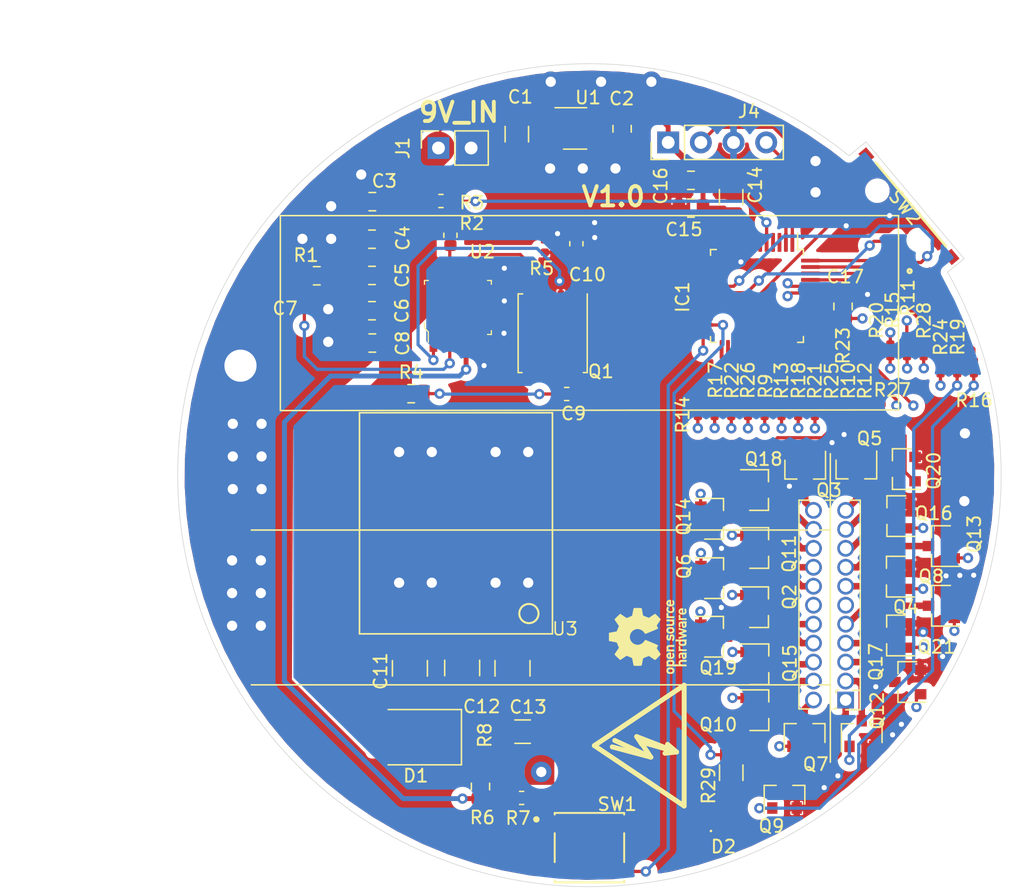
<source format=kicad_pcb>
(kicad_pcb (version 20171130) (host pcbnew "(5.1.5)-3")
  (layers (0 F.Cu power) (1 In1.Cu power hide) (2 In2.Cu power hide) (31 B.Cu mixed hide) (34 B.Paste user) (35 F.Paste user) (36 B.SilkS user) (37 F.SilkS user) (38 B.Mask user) (39 F.Mask user) (44 Edge.Cuts user))
  (net 0 "")
  (net 1 "Net-(C11-Pad1)")
  (net 2 "Net-(D1-Pad2)")
  (net 3 ISEN)
  (net 4 DR)
  (net 5 "Net-(C9-Pad2)")
  (net 6 GND)
  (net 7 "Net-(C7-Pad1)")
  (net 8 "Net-(R2-Pad1)")
  (net 9 V_SUPPLY)
  (net 10 FB)
  (net 11 "Net-(C7-Pad2)")
  (net 12 "Net-(C9-Pad1)")
  (net 13 3v3)
  (net 14 L_A7)
  (net 15 L_A6)
  (net 16 L_A5)
  (net 17 L_A4)
  (net 18 L_A3)
  (net 19 L_A2)
  (net 20 L_A1)
  (net 21 L_A0)
  (net 22 L_B7)
  (net 23 L_B6)
  (net 24 L_B5)
  (net 25 L_B4)
  (net 26 L_A9)
  (net 27 L_A8)
  (net 28 L_B9)
  (net 29 L_B8)
  (net 30 SW_3)
  (net 31 SW_2)
  (net 32 SW_1)
  (net 33 L_B3)
  (net 34 L_B2)
  (net 35 L_B1)
  (net 36 L_B0)
  (net 37 "Net-(IC1-Pad16)")
  (net 38 "Net-(IC1-Pad15)")
  (net 39 "Net-(IC1-Pad14)")
  (net 40 "Net-(IC1-Pad13)")
  (net 41 "Net-(IC1-Pad12)")
  (net 42 BUTTON_1)
  (net 43 BOOST_DISABLE)
  (net 44 USART_RX)
  (net 45 USART_TX)
  (net 46 NRST)
  (net 47 SWIM)
  (net 48 B5)
  (net 49 B4)
  (net 50 B3)
  (net 51 B7)
  (net 52 B1)
  (net 53 V_NIXIE)
  (net 54 B0)
  (net 55 B9)
  (net 56 B8)
  (net 57 B2)
  (net 58 B6)
  (net 59 A5)
  (net 60 A4)
  (net 61 A3)
  (net 62 A7)
  (net 63 A1)
  (net 64 A0)
  (net 65 A9)
  (net 66 A8)
  (net 67 A2)
  (net 68 A6)
  (net 69 "Net-(Q2-Pad1)")
  (net 70 "Net-(Q3-Pad1)")
  (net 71 "Net-(Q4-Pad1)")
  (net 72 "Net-(Q5-Pad1)")
  (net 73 "Net-(Q6-Pad1)")
  (net 74 "Net-(Q7-Pad1)")
  (net 75 "Net-(Q8-Pad1)")
  (net 76 "Net-(Q9-Pad1)")
  (net 77 "Net-(Q10-Pad1)")
  (net 78 "Net-(Q11-Pad1)")
  (net 79 "Net-(Q12-Pad1)")
  (net 80 "Net-(Q13-Pad1)")
  (net 81 "Net-(Q14-Pad1)")
  (net 82 "Net-(Q15-Pad1)")
  (net 83 "Net-(Q16-Pad1)")
  (net 84 "Net-(Q17-Pad1)")
  (net 85 "Net-(Q18-Pad1)")
  (net 86 "Net-(Q19-Pad1)")
  (net 87 "Net-(Q20-Pad1)")
  (net 88 "Net-(Q21-Pad1)")
  (net 89 "Net-(U1-Pad4)")
  (net 90 "Net-(IC1-Pad42)")
  (net 91 "Net-(IC1-Pad41)")
  (net 92 "Net-(IC1-Pad22)")
  (net 93 "Net-(IC1-Pad21)")
  (net 94 "Net-(IC1-Pad20)")
  (net 95 "Net-(IC1-Pad8)")
  (net 96 "Net-(IC1-Pad7)")
  (net 97 "Net-(IC1-Pad6)")
  (net 98 "Net-(D2-Pad2)")
  (net 99 LED_STATUS)
  (net 100 "Net-(SW1-Pad3)")
  (net 101 "Net-(SW1-Pad2)")
  (module Switch_C&K_PTS526SK15SMTR2LFS:CK-PTS526SK15SMTR2LFS-0-0-MFG (layer F.Cu) (at 127.9144 98.0567)
    (fp_text reference SW1 (at 0.5334 -3.3782) (layer F.SilkS) (effects (justify left)))
    (fp_text value SW_DIP_x02)
    (pad 4 smd rect (at 3 1.85) (size 1 0.7) (layers F.Cu F.Paste F.Mask) (net 42 BUTTON_1))
    (pad 3 smd rect (at -3 1.85) (size 1 0.7) (layers F.Cu F.Paste F.Mask) (net 100 "Net-(SW1-Pad3)"))
    (pad 2 smd rect (at 3 -1.85) (size 1 0.7) (layers F.Cu F.Paste F.Mask) (net 101 "Net-(SW1-Pad2)"))
    (pad 1 smd rect (at -3 -1.85) (size 1 0.7) (layers F.Cu F.Paste F.Mask) (net 6 GND))
  )
  (module PCM13SMTR:SW_PCM13SMTR (layer F.Cu) (at 151.90724 48.8696 130)
    (fp_text reference SW2 (at 0.111682 0.823174 310) (layer F.SilkS) (effects (font (size 1.001843 1.001843))))
    (fp_text value SW_SP3T)
    (pad None np_thru_hole circle (at -2.5 0 130) (size 0.9 0.9) (drill 0.9) (layers *.Cu *.Mask))
    (pad None np_thru_hole circle (at 2.5 0 130) (size 0.9 0.9) (drill 0.9) (layers *.Cu *.Mask))
    (pad 1 smd rect (at -3 -1.75 130) (size 0.7 1.5) (layers F.Cu F.Paste F.Mask) (net 32 SW_1))
    (pad 2 smd rect (at -1.5 -1.75 130) (size 0.7 1.5) (layers F.Cu F.Paste F.Mask) (net 31 SW_2))
    (pad 3 smd rect (at 1.5 -1.75 130) (size 0.7 1.5) (layers F.Cu F.Paste F.Mask) (net 6 GND))
    (pad 4 smd rect (at 3 -1.75 130) (size 0.7 1.5) (layers F.Cu F.Paste F.Mask) (net 30 SW_3))
    (pad P$1 smd rect (at -5.15 -1.1 130) (size 1 0.8) (layers F.Cu F.Paste F.Mask))
    (pad P$2 smd rect (at -5.15 1.1 130) (size 1 0.8) (layers F.Cu F.Paste F.Mask))
    (pad P$3 smd rect (at 5.15 -1.1 130) (size 1 0.8) (layers F.Cu F.Paste F.Mask))
    (pad P$4 smd rect (at 5.15 1.1 130) (size 1 0.8) (layers F.Cu F.Paste F.Mask))
  )
  (module high_volt_silkscreen:High_voltage_silkscreen (layer F.Cu) (at 132.485396 90.1192 90)
    (fp_text reference REF**)
    (fp_text value High_voltage_silkscreen)
  )
  (module Symbol:OSHW-Logo_5.7x6mm_SilkScreen (layer F.Cu) (at 132.44576 81.67116 90)
    (fp_text reference REF** hide)
    (fp_text value OSHW-Logo_5.7x6mm_SilkScreen hide)
  )
  (module Resistor_SMD:R_1206_3216Metric (layer F.Cu) (at 138.938 92.2274 270)
    (fp_text reference R29 (at 1.00584 1.76276 90) (layer F.SilkS))
    (fp_text value R)
    (pad 2 smd roundrect (at 1.4 0 270) (size 1.25 1.75) (layers F.Cu F.Paste F.Mask) (roundrect_rratio 0.2) (net 98 "Net-(D2-Pad2)"))
    (pad 1 smd roundrect (at -1.4 0 270) (size 1.25 1.75) (layers F.Cu F.Paste F.Mask) (roundrect_rratio 0.2) (net 99 LED_STATUS))
  )
  (module LED_SMD:LED_0402_1005Metric (layer F.Cu) (at 138.45032 96.75876)
    (fp_text reference D2 (at -0.11684 1.2192) (layer F.SilkS))
    (fp_text value LED)
    (pad 2 smd roundrect (at 0.485 0) (size 0.59 0.64) (layers F.Cu F.Paste F.Mask) (net 98 "Net-(D2-Pad2)"))
    (pad 1 smd roundrect (at -0.485 0) (size 0.59 0.64) (layers F.Cu F.Paste F.Mask) (net 6 GND))
  )
  (module Nixie_header:PinHeader_Nixie_1_37mm (layer F.Cu) (at 147.83336 86.09336 180)
    (fp_text reference J2)
    (fp_text value Conn_02x11_Odd_Even)
    (pad 22 thru_hole oval (at 2.5 14.27 180) (size 1.3 1.3) (drill 0.9) (layers *.Cu *.Mask) (net 58 B6))
    (pad 21 thru_hole oval (at 0 14.27 180) (size 1.3 1.3) (drill 0.9) (layers *.Cu *.Mask) (net 68 A6))
    (pad 20 thru_hole oval (at 2.5 12.795 180) (size 1.3 1.3) (drill 0.9) (layers *.Cu *.Mask) (net 57 B2))
    (pad 19 thru_hole oval (at 0 12.795 180) (size 1.3 1.3) (drill 0.9) (layers *.Cu *.Mask) (net 67 A2))
    (pad 18 thru_hole oval (at 2.5 11.32 180) (size 1.3 1.3) (drill 0.9) (layers *.Cu *.Mask) (net 56 B8))
    (pad 17 thru_hole oval (at 0 11.32 180) (size 1.3 1.3) (drill 0.9) (layers *.Cu *.Mask) (net 66 A8))
    (pad 16 thru_hole oval (at 2.5 9.845 180) (size 1.3 1.3) (drill 0.9) (layers *.Cu *.Mask) (net 55 B9))
    (pad 15 thru_hole oval (at 0 9.845 180) (size 1.3 1.3) (drill 0.9) (layers *.Cu *.Mask) (net 65 A9))
    (pad 14 thru_hole oval (at 2.5 8.37 180) (size 1.3 1.3) (drill 0.9) (layers *.Cu *.Mask) (net 54 B0))
    (pad 13 thru_hole oval (at 0 8.37 180) (size 1.3 1.3) (drill 0.9) (layers *.Cu *.Mask) (net 64 A0))
    (pad 12 thru_hole oval (at 2.5 6.895 180) (size 1.3 1.3) (drill 0.9) (layers *.Cu *.Mask) (net 53 V_NIXIE))
    (pad 11 thru_hole oval (at 0 6.895 180) (size 1.3 1.3) (drill 0.9) (layers *.Cu *.Mask) (net 53 V_NIXIE))
    (pad 10 thru_hole oval (at 2.5 5.42 180) (size 1.3 1.3) (drill 0.9) (layers *.Cu *.Mask) (net 52 B1))
    (pad 9 thru_hole oval (at 0 5.42 180) (size 1.3 1.3) (drill 0.9) (layers *.Cu *.Mask) (net 63 A1))
    (pad 8 thru_hole oval (at 2.5 3.945 180) (size 1.3 1.3) (drill 0.9) (layers *.Cu *.Mask) (net 51 B7))
    (pad 7 thru_hole oval (at 0 3.945 180) (size 1.3 1.3) (drill 0.9) (layers *.Cu *.Mask) (net 62 A7))
    (pad 6 thru_hole oval (at 2.5 2.47 180) (size 1.3 1.3) (drill 0.9) (layers *.Cu *.Mask) (net 50 B3))
    (pad 5 thru_hole oval (at 0 2.47 180) (size 1.3 1.3) (drill 0.9) (layers *.Cu *.Mask) (net 61 A3))
    (pad 4 thru_hole oval (at 2.5 0.995 180) (size 1.3 1.3) (drill 0.9) (layers *.Cu *.Mask) (net 49 B4))
    (pad 3 thru_hole oval (at 0 0.995 180) (size 1.3 1.3) (drill 0.9) (layers *.Cu *.Mask) (net 60 A4))
    (pad 2 thru_hole oval (at 2.5 -0.48 180) (size 1.3 1.3) (drill 0.9) (layers *.Cu *.Mask) (net 48 B5))
    (pad 1 thru_hole rect (at 0 -0.48 180) (size 1.3 1.3) (drill 0.9) (layers *.Cu *.Mask) (net 59 A5))
  )
  (module Package_QFP:LQFP-48_7x7mm_P0.5mm (layer F.Cu) (at 140.938 55.1434 270)
    (fp_text reference IC1 (at 0.09144 5.77952 270) (layer F.SilkS))
    (fp_text value STM8L151C6T6)
    (pad 48 smd roundrect (at -2.75 -4.1625 270) (size 0.3 1.475) (layers F.Cu F.Paste F.Mask) (net 16 L_A5))
    (pad 47 smd roundrect (at -2.25 -4.1625 270) (size 0.3 1.475) (layers F.Cu F.Paste F.Mask) (net 17 L_A4))
    (pad 46 smd roundrect (at -1.75 -4.1625 270) (size 0.3 1.475) (layers F.Cu F.Paste F.Mask) (net 18 L_A3))
    (pad 45 smd roundrect (at -1.25 -4.1625 270) (size 0.3 1.475) (layers F.Cu F.Paste F.Mask) (net 14 L_A7))
    (pad 44 smd roundrect (at -0.75 -4.1625 270) (size 0.3 1.475) (layers F.Cu F.Paste F.Mask) (net 20 L_A1))
    (pad 43 smd roundrect (at -0.25 -4.1625 270) (size 0.3 1.475) (layers F.Cu F.Paste F.Mask) (net 21 L_A0))
    (pad 42 smd roundrect (at 0.25 -4.1625 270) (size 0.3 1.475) (layers F.Cu F.Paste F.Mask) (net 90 "Net-(IC1-Pad42)"))
    (pad 41 smd roundrect (at 0.75 -4.1625 270) (size 0.3 1.475) (layers F.Cu F.Paste F.Mask) (net 91 "Net-(IC1-Pad41)"))
    (pad 40 smd roundrect (at 1.25 -4.1625 270) (size 0.3 1.475) (layers F.Cu F.Paste F.Mask) (net 6 GND))
    (pad 39 smd roundrect (at 1.75 -4.1625 270) (size 0.3 1.475) (layers F.Cu F.Paste F.Mask) (net 13 3v3))
    (pad 38 smd roundrect (at 2.25 -4.1625 270) (size 0.3 1.475) (layers F.Cu F.Paste F.Mask) (net 26 L_A9))
    (pad 37 smd roundrect (at 2.75 -4.1625 270) (size 0.3 1.475) (layers F.Cu F.Paste F.Mask) (net 27 L_A8))
    (pad 36 smd roundrect (at 4.1625 -2.75 270) (size 1.475 0.3) (layers F.Cu F.Paste F.Mask) (net 19 L_A2))
    (pad 35 smd roundrect (at 4.1625 -2.25 270) (size 1.475 0.3) (layers F.Cu F.Paste F.Mask) (net 15 L_A6))
    (pad 34 smd roundrect (at 4.1625 -1.75 270) (size 1.475 0.3) (layers F.Cu F.Paste F.Mask) (net 23 L_B6))
    (pad 33 smd roundrect (at 4.1625 -1.25 270) (size 1.475 0.3) (layers F.Cu F.Paste F.Mask) (net 34 L_B2))
    (pad 32 smd roundrect (at 4.1625 -0.75 270) (size 1.475 0.3) (layers F.Cu F.Paste F.Mask) (net 29 L_B8))
    (pad 31 smd roundrect (at 4.1625 -0.25 270) (size 1.475 0.3) (layers F.Cu F.Paste F.Mask) (net 28 L_B9))
    (pad 30 smd roundrect (at 4.1625 0.25 270) (size 1.475 0.3) (layers F.Cu F.Paste F.Mask) (net 36 L_B0))
    (pad 29 smd roundrect (at 4.1625 0.75 270) (size 1.475 0.3) (layers F.Cu F.Paste F.Mask) (net 35 L_B1))
    (pad 28 smd roundrect (at 4.1625 1.25 270) (size 1.475 0.3) (layers F.Cu F.Paste F.Mask) (net 22 L_B7))
    (pad 27 smd roundrect (at 4.1625 1.75 270) (size 1.475 0.3) (layers F.Cu F.Paste F.Mask) (net 33 L_B3))
    (pad 26 smd roundrect (at 4.1625 2.25 270) (size 1.475 0.3) (layers F.Cu F.Paste F.Mask) (net 25 L_B4))
    (pad 25 smd roundrect (at 4.1625 2.75 270) (size 1.475 0.3) (layers F.Cu F.Paste F.Mask) (net 24 L_B5))
    (pad 24 smd roundrect (at 2.75 4.1625 270) (size 0.3 1.475) (layers F.Cu F.Paste F.Mask) (net 42 BUTTON_1))
    (pad 23 smd roundrect (at 2.25 4.1625 270) (size 0.3 1.475) (layers F.Cu F.Paste F.Mask) (net 99 LED_STATUS))
    (pad 22 smd roundrect (at 1.75 4.1625 270) (size 0.3 1.475) (layers F.Cu F.Paste F.Mask) (net 92 "Net-(IC1-Pad22)"))
    (pad 21 smd roundrect (at 1.25 4.1625 270) (size 0.3 1.475) (layers F.Cu F.Paste F.Mask) (net 93 "Net-(IC1-Pad21)"))
    (pad 20 smd roundrect (at 0.75 4.1625 270) (size 0.3 1.475) (layers F.Cu F.Paste F.Mask) (net 94 "Net-(IC1-Pad20)"))
    (pad 19 smd roundrect (at 0.25 4.1625 270) (size 0.3 1.475) (layers F.Cu F.Paste F.Mask) (net 30 SW_3))
    (pad 18 smd roundrect (at -0.25 4.1625 270) (size 0.3 1.475) (layers F.Cu F.Paste F.Mask) (net 31 SW_2))
    (pad 17 smd roundrect (at -0.75 4.1625 270) (size 0.3 1.475) (layers F.Cu F.Paste F.Mask) (net 32 SW_1))
    (pad 16 smd roundrect (at -1.25 4.1625 270) (size 0.3 1.475) (layers F.Cu F.Paste F.Mask) (net 37 "Net-(IC1-Pad16)"))
    (pad 15 smd roundrect (at -1.75 4.1625 270) (size 0.3 1.475) (layers F.Cu F.Paste F.Mask) (net 38 "Net-(IC1-Pad15)"))
    (pad 14 smd roundrect (at -2.25 4.1625 270) (size 0.3 1.475) (layers F.Cu F.Paste F.Mask) (net 39 "Net-(IC1-Pad14)"))
    (pad 13 smd roundrect (at -2.75 4.1625 270) (size 0.3 1.475) (layers F.Cu F.Paste F.Mask) (net 40 "Net-(IC1-Pad13)"))
    (pad 12 smd roundrect (at -4.1625 2.75 270) (size 1.475 0.3) (layers F.Cu F.Paste F.Mask) (net 41 "Net-(IC1-Pad12)"))
    (pad 11 smd roundrect (at -4.1625 2.25 270) (size 1.475 0.3) (layers F.Cu F.Paste F.Mask) (net 13 3v3))
    (pad 10 smd roundrect (at -4.1625 1.75 270) (size 1.475 0.3) (layers F.Cu F.Paste F.Mask) (net 13 3v3))
    (pad 9 smd roundrect (at -4.1625 1.25 270) (size 1.475 0.3) (layers F.Cu F.Paste F.Mask) (net 6 GND))
    (pad 8 smd roundrect (at -4.1625 0.75 270) (size 1.475 0.3) (layers F.Cu F.Paste F.Mask) (net 95 "Net-(IC1-Pad8)"))
    (pad 7 smd roundrect (at -4.1625 0.25 270) (size 1.475 0.3) (layers F.Cu F.Paste F.Mask) (net 96 "Net-(IC1-Pad7)"))
    (pad 6 smd roundrect (at -4.1625 -0.25 270) (size 1.475 0.3) (layers F.Cu F.Paste F.Mask) (net 97 "Net-(IC1-Pad6)"))
    (pad 5 smd roundrect (at -4.1625 -0.75 270) (size 1.475 0.3) (layers F.Cu F.Paste F.Mask) (net 43 BOOST_DISABLE))
    (pad 4 smd roundrect (at -4.1625 -1.25 270) (size 1.475 0.3) (layers F.Cu F.Paste F.Mask) (net 44 USART_RX))
    (pad 3 smd roundrect (at -4.1625 -1.75 270) (size 1.475 0.3) (layers F.Cu F.Paste F.Mask) (net 45 USART_TX))
    (pad 2 smd roundrect (at -4.1625 -2.25 270) (size 1.475 0.3) (layers F.Cu F.Paste F.Mask) (net 46 NRST))
    (pad 1 smd roundrect (at -4.1625 -2.75 270) (size 1.475 0.3) (layers F.Cu F.Paste F.Mask) (net 47 SWIM))
  )
  (module Resistor_SMD:R_0402_1005Metric (layer F.Cu) (at 142.84567 64.0334 90)
    (fp_text reference R13 (at 2.30124 -0.01131 270) (layer F.SilkS))
    (fp_text value 10k)
    (pad 2 smd roundrect (at 0.485 0 90) (size 0.59 0.64) (layers F.Cu F.Paste F.Mask) (net 36 L_B0))
    (pad 1 smd roundrect (at -0.485 0 90) (size 0.59 0.64) (layers F.Cu F.Paste F.Mask) (net 73 "Net-(Q6-Pad1)"))
  )
  (module Connector_PinHeader_2.54mm:PinHeader_1x04_P2.54mm_Vertical (layer F.Cu) (at 134.0358 43.2054 90)
    (fp_text reference J4 (at 2.41808 6.2738 180) (layer F.SilkS))
    (fp_text value Conn_01x04_Female)
    (pad 4 thru_hole oval (at 0 7.62 90) (size 1.7 1.7) (drill 1) (layers *.Cu *.Mask) (net 46 NRST))
    (pad 3 thru_hole oval (at 0 5.08 90) (size 1.7 1.7) (drill 1) (layers *.Cu *.Mask) (net 6 GND))
    (pad 2 thru_hole oval (at 0 2.54 90) (size 1.7 1.7) (drill 1) (layers *.Cu *.Mask) (net 47 SWIM))
    (pad 1 thru_hole rect (at 0 0 90) (size 1.7 1.7) (drill 1) (layers *.Cu *.Mask) (net 13 3v3))
  )
  (module Package_TO_SOT_SMD:SOT-23-5 (layer F.Cu) (at 126.7968 42.1132)
    (fp_text reference U1 (at 1.00584 -2.39776) (layer F.SilkS))
    (fp_text value LD2981CM33TR)
    (pad 5 smd rect (at 1.1 -0.95) (size 1.06 0.65) (layers F.Cu F.Paste F.Mask) (net 13 3v3))
    (pad 4 smd rect (at 1.1 0.95) (size 1.06 0.65) (layers F.Cu F.Paste F.Mask) (net 89 "Net-(U1-Pad4)"))
    (pad 3 smd rect (at -1.1 0.95) (size 1.06 0.65) (layers F.Cu F.Paste F.Mask) (net 9 V_SUPPLY))
    (pad 2 smd rect (at -1.1 0) (size 1.06 0.65) (layers F.Cu F.Paste F.Mask) (net 6 GND))
    (pad 1 smd rect (at -1.1 -0.95) (size 1.06 0.65) (layers F.Cu F.Paste F.Mask) (net 9 V_SUPPLY))
  )
  (module Resistor_SMD:R_0402_1005Metric (layer F.Cu) (at 153.895464 59.37504 90)
    (fp_text reference R28 (at 2.3114 0.023456 270) (layer F.SilkS))
    (fp_text value 10k)
    (pad 1 smd roundrect (at -0.485 0 90) (size 0.59 0.64) (layers F.Cu F.Paste F.Mask) (net 88 "Net-(Q21-Pad1)"))
    (pad 2 smd roundrect (at 0.485 0 90) (size 0.59 0.64) (layers F.Cu F.Paste F.Mask) (net 14 L_A7))
  )
  (module Resistor_SMD:R_0402_1005Metric (layer F.Cu) (at 150.621274 64.0334 90)
    (fp_text reference R27 (at 1.56972 0.828766 180) (layer F.SilkS))
    (fp_text value 10k)
    (pad 2 smd roundrect (at 0.485 0 90) (size 0.59 0.64) (layers F.Cu F.Paste F.Mask) (net 19 L_A2))
    (pad 1 smd roundrect (at -0.485 0 90) (size 0.59 0.64) (layers F.Cu F.Paste F.Mask) (net 87 "Net-(Q20-Pad1)"))
  )
  (module Resistor_SMD:R_0402_1005Metric (layer F.Cu) (at 140.235002 64.02832 90)
    (fp_text reference R26 (at 2.32664 -0.001602 270) (layer F.SilkS))
    (fp_text value 10k)
    (pad 2 smd roundrect (at 0.485 0 90) (size 0.59 0.64) (layers F.Cu F.Paste F.Mask) (net 22 L_B7))
    (pad 1 smd roundrect (at -0.485 0 90) (size 0.59 0.64) (layers F.Cu F.Paste F.Mask) (net 86 "Net-(Q19-Pad1)"))
  )
  (module Resistor_SMD:R_0402_1005Metric (layer F.Cu) (at 146.733472 64.0334 90)
    (fp_text reference R25 (at 2.286 0.012488 270) (layer F.SilkS))
    (fp_text value 10k)
    (pad 2 smd roundrect (at 0.485 0 90) (size 0.59 0.64) (layers F.Cu F.Paste F.Mask) (net 34 L_B2))
    (pad 1 smd roundrect (at -0.485 0 90) (size 0.59 0.64) (layers F.Cu F.Paste F.Mask) (net 85 "Net-(Q18-Pad1)"))
  )
  (module Resistor_SMD:R_0402_1005Metric (layer F.Cu) (at 155.208158 60.70448 90)
    (fp_text reference R24 (at 2.35052 0.016322 270) (layer F.SilkS))
    (fp_text value 10k)
    (pad 2 smd roundrect (at 0.485 0 90) (size 0.59 0.64) (layers F.Cu F.Paste F.Mask) (net 18 L_A3))
    (pad 1 smd roundrect (at -0.485 0 90) (size 0.59 0.64) (layers F.Cu F.Paste F.Mask) (net 84 "Net-(Q17-Pad1)"))
  )
  (module Resistor_SMD:R_0402_1005Metric (layer F.Cu) (at 148.711728 59.37504 90)
    (fp_text reference R23 (at 0.36068 -1.081848 90) (layer F.SilkS))
    (fp_text value 10k)
    (pad 2 smd roundrect (at 0.485 0 90) (size 0.59 0.64) (layers F.Cu F.Paste F.Mask) (net 27 L_A8))
    (pad 1 smd roundrect (at -0.485 0 90) (size 0.59 0.64) (layers F.Cu F.Paste F.Mask) (net 83 "Net-(Q16-Pad1)"))
  )
  (module Resistor_SMD:R_0402_1005Metric (layer F.Cu) (at 138.939068 64.02832 90)
    (fp_text reference R22 (at 2.31648 0.049732 270) (layer F.SilkS))
    (fp_text value 10k)
    (pad 2 smd roundrect (at 0.485 0 90) (size 0.59 0.64) (layers F.Cu F.Paste F.Mask) (net 33 L_B3))
    (pad 1 smd roundrect (at -0.485 0 90) (size 0.59 0.64) (layers F.Cu F.Paste F.Mask) (net 82 "Net-(Q15-Pad1)"))
  )
  (module Resistor_SMD:R_0402_1005Metric (layer F.Cu) (at 145.437538 64.0334 90)
    (fp_text reference R21 (at 2.29616 0.002862 270) (layer F.SilkS))
    (fp_text value 10k)
    (pad 2 smd roundrect (at 0.485 0 90) (size 0.59 0.64) (layers F.Cu F.Paste F.Mask) (net 29 L_B8))
    (pad 1 smd roundrect (at -0.485 0 90) (size 0.59 0.64) (layers F.Cu F.Paste F.Mask) (net 81 "Net-(Q14-Pad1)"))
  )
  (module Resistor_SMD:R_0402_1005Metric (layer F.Cu) (at 150.007662 59.37504 90)
    (fp_text reference R20 (at 2.3368 0.233338 270) (layer F.SilkS))
    (fp_text value 10k)
    (pad 2 smd roundrect (at 0.485 0 90) (size 0.59 0.64) (layers F.Cu F.Paste F.Mask) (net 26 L_A9))
    (pad 1 smd roundrect (at -0.485 0 90) (size 0.59 0.64) (layers F.Cu F.Paste F.Mask) (net 80 "Net-(Q13-Pad1)"))
  )
  (module Resistor_SMD:R_0402_1005Metric (layer F.Cu) (at 156.504092 60.70448 90)
    (fp_text reference R19 (at 2.37084 0.041188 90) (layer F.SilkS))
    (fp_text value 10k)
    (pad 1 smd roundrect (at -0.485 0 90) (size 0.59 0.64) (layers F.Cu F.Paste F.Mask) (net 79 "Net-(Q12-Pad1)"))
    (pad 2 smd roundrect (at 0.485 0 90) (size 0.59 0.64) (layers F.Cu F.Paste F.Mask) (net 17 L_A4))
  )
  (module Resistor_SMD:R_0402_1005Metric (layer F.Cu) (at 144.141604 64.0334 90)
    (fp_text reference R18 (at 2.3114 0.028796 270) (layer F.SilkS))
    (fp_text value 10k)
    (pad 2 smd roundrect (at 0.485 0 90) (size 0.59 0.64) (layers F.Cu F.Paste F.Mask) (net 28 L_B9))
    (pad 1 smd roundrect (at -0.485 0 90) (size 0.59 0.64) (layers F.Cu F.Paste F.Mask) (net 78 "Net-(Q11-Pad1)"))
  )
  (module Resistor_SMD:R_0402_1005Metric (layer F.Cu) (at 137.643134 64.02832 90)
    (fp_text reference R17 (at 2.3368 0.075666 270) (layer F.SilkS))
    (fp_text value 10k)
    (pad 2 smd roundrect (at 0.485 0 90) (size 0.59 0.64) (layers F.Cu F.Paste F.Mask) (net 25 L_B4))
    (pad 1 smd roundrect (at -0.485 0 90) (size 0.59 0.64) (layers F.Cu F.Paste F.Mask) (net 77 "Net-(Q10-Pad1)"))
  )
  (module Resistor_SMD:R_0402_1005Metric (layer F.Cu) (at 157.80004 60.70448 90)
    (fp_text reference R16 (at -2.56692 0.01016 180) (layer F.SilkS))
    (fp_text value 10k)
    (pad 2 smd roundrect (at 0.485 0 90) (size 0.59 0.64) (layers F.Cu F.Paste F.Mask) (net 16 L_A5))
    (pad 1 smd roundrect (at -0.485 0 90) (size 0.59 0.64) (layers F.Cu F.Paste F.Mask) (net 76 "Net-(Q9-Pad1)"))
  )
  (module Resistor_SMD:R_0402_1005Metric (layer F.Cu) (at 151.303596 59.37504 90)
    (fp_text reference R15 (at 3.12928 0.156604 270) (layer F.SilkS))
    (fp_text value 10k)
    (pad 1 smd roundrect (at -0.485 0 90) (size 0.59 0.64) (layers F.Cu F.Paste F.Mask) (net 75 "Net-(Q8-Pad1)"))
    (pad 2 smd roundrect (at 0.485 0 90) (size 0.59 0.64) (layers F.Cu F.Paste F.Mask) (net 21 L_A0))
  )
  (module Resistor_SMD:R_0402_1005Metric (layer F.Cu) (at 136.3472 64.02832 90)
    (fp_text reference R14 (at -0.36576 -1.17856 270) (layer F.SilkS))
    (fp_text value 10k)
    (pad 2 smd roundrect (at 0.485 0 90) (size 0.59 0.64) (layers F.Cu F.Paste F.Mask) (net 24 L_B5))
    (pad 1 smd roundrect (at -0.485 0 90) (size 0.59 0.64) (layers F.Cu F.Paste F.Mask) (net 74 "Net-(Q7-Pad1)"))
  )
  (module Resistor_SMD:R_0402_1005Metric (layer F.Cu) (at 149.32534 64.0334 90)
    (fp_text reference R12 (at 2.29108 0.00126 90) (layer F.SilkS))
    (fp_text value 10k)
    (pad 2 smd roundrect (at 0.485 0 90) (size 0.59 0.64) (layers F.Cu F.Paste F.Mask) (net 15 L_A6))
    (pad 1 smd roundrect (at -0.485 0 90) (size 0.59 0.64) (layers F.Cu F.Paste F.Mask) (net 72 "Net-(Q5-Pad1)"))
  )
  (module Resistor_SMD:R_0402_1005Metric (layer F.Cu) (at 152.59953 59.37504 90)
    (fp_text reference R11 (at 4.08432 0.06971 270) (layer F.SilkS))
    (fp_text value 10k)
    (pad 2 smd roundrect (at 0.485 0 90) (size 0.59 0.64) (layers F.Cu F.Paste F.Mask) (net 20 L_A1))
    (pad 1 smd roundrect (at -0.485 0 90) (size 0.59 0.64) (layers F.Cu F.Paste F.Mask) (net 71 "Net-(Q4-Pad1)"))
  )
  (module Resistor_SMD:R_0402_1005Metric (layer F.Cu) (at 148.029406 64.0334 90)
    (fp_text reference R10 (at 2.30632 0.011954 270) (layer F.SilkS))
    (fp_text value 10k)
    (pad 2 smd roundrect (at 0.485 0 90) (size 0.59 0.64) (layers F.Cu F.Paste F.Mask) (net 23 L_B6))
    (pad 1 smd roundrect (at -0.485 0 90) (size 0.59 0.64) (layers F.Cu F.Paste F.Mask) (net 70 "Net-(Q3-Pad1)"))
  )
  (module Resistor_SMD:R_0402_1005Metric (layer F.Cu) (at 141.530936 64.02832 90)
    (fp_text reference R9 (at 1.86944 0.079144 270) (layer F.SilkS))
    (fp_text value 10k)
    (pad 2 smd roundrect (at 0.485 0 90) (size 0.59 0.64) (layers F.Cu F.Paste F.Mask) (net 35 L_B1))
    (pad 1 smd roundrect (at -0.485 0 90) (size 0.59 0.64) (layers F.Cu F.Paste F.Mask) (net 69 "Net-(Q2-Pad1)"))
  )
  (module Package_TO_SOT_SMD:SOT-23 (layer F.Cu) (at 151.78024 81.55432 180)
    (fp_text reference Q21 (at -3.11912 -0.889) (layer F.SilkS))
    (fp_text value MMBTA42)
    (pad 1 smd rect (at -1 -0.95 180) (size 0.9 0.8) (layers F.Cu F.Paste F.Mask) (net 88 "Net-(Q21-Pad1)"))
    (pad 2 smd rect (at -1 0.95 180) (size 0.9 0.8) (layers F.Cu F.Paste F.Mask) (net 6 GND))
    (pad 3 smd rect (at 1 0 180) (size 0.9 0.8) (layers F.Cu F.Paste F.Mask) (net 62 A7))
  )
  (module Package_TO_SOT_SMD:SOT-23 (layer F.Cu) (at 152.22728 68.61048 180)
    (fp_text reference Q20 (at -2.45364 -0.13208 90) (layer F.SilkS))
    (fp_text value MMBTA42)
    (pad 3 smd rect (at 1 0 180) (size 0.9 0.8) (layers F.Cu F.Paste F.Mask) (net 67 A2))
    (pad 2 smd rect (at -1 0.95 180) (size 0.9 0.8) (layers F.Cu F.Paste F.Mask) (net 6 GND))
    (pad 1 smd rect (at -1 -0.95 180) (size 0.9 0.8) (layers F.Cu F.Paste F.Mask) (net 87 "Net-(Q20-Pad1)"))
  )
  (module Package_TO_SOT_SMD:SOT-23 (layer F.Cu) (at 137.57148 81.65084)
    (fp_text reference Q19 (at 0.35052 2.41808) (layer F.SilkS))
    (fp_text value MMBTA42)
    (pad 3 smd rect (at 1 0) (size 0.9 0.8) (layers F.Cu F.Paste F.Mask) (net 51 B7))
    (pad 2 smd rect (at -1 0.95) (size 0.9 0.8) (layers F.Cu F.Paste F.Mask) (net 6 GND))
    (pad 1 smd rect (at -1 -0.95) (size 0.9 0.8) (layers F.Cu F.Paste F.Mask) (net 86 "Net-(Q19-Pad1)"))
  )
  (module Package_TO_SOT_SMD:SOT-23 (layer F.Cu) (at 141.0716 70.24116)
    (fp_text reference Q18 (at 0.381 -2.40792) (layer F.SilkS))
    (fp_text value MMBTA42)
    (pad 3 smd rect (at 1 0) (size 0.9 0.8) (layers F.Cu F.Paste F.Mask) (net 57 B2))
    (pad 2 smd rect (at -1 0.95) (size 0.9 0.8) (layers F.Cu F.Paste F.Mask) (net 6 GND))
    (pad 1 smd rect (at -1 -0.95) (size 0.9 0.8) (layers F.Cu F.Paste F.Mask) (net 85 "Net-(Q18-Pad1)"))
  )
  (module Package_TO_SOT_SMD:SOT-23 (layer F.Cu) (at 152.65908 85.17128 180)
    (fp_text reference Q17 (at 2.47904 1.55448 90) (layer F.SilkS))
    (fp_text value MMBTA42)
    (pad 3 smd rect (at 1 0 180) (size 0.9 0.8) (layers F.Cu F.Paste F.Mask) (net 61 A3))
    (pad 2 smd rect (at -1 0.95 180) (size 0.9 0.8) (layers F.Cu F.Paste F.Mask) (net 6 GND))
    (pad 1 smd rect (at -1 -0.95 180) (size 0.9 0.8) (layers F.Cu F.Paste F.Mask) (net 84 "Net-(Q17-Pad1)"))
  )
  (module Package_TO_SOT_SMD:SOT-23 (layer F.Cu) (at 151.80056 72.26808 180)
    (fp_text reference Q16 (at -2.88544 0.21336) (layer F.SilkS))
    (fp_text value MMBTA42)
    (pad 3 smd rect (at 1 0 180) (size 0.9 0.8) (layers F.Cu F.Paste F.Mask) (net 66 A8))
    (pad 2 smd rect (at -1 0.95 180) (size 0.9 0.8) (layers F.Cu F.Paste F.Mask) (net 6 GND))
    (pad 1 smd rect (at -1 -0.95 180) (size 0.9 0.8) (layers F.Cu F.Paste F.Mask) (net 83 "Net-(Q16-Pad1)"))
  )
  (module Package_TO_SOT_SMD:SOT-23 (layer F.Cu) (at 141.097 83.7946)
    (fp_text reference Q15 (at 2.40792 -0.0762 270) (layer F.SilkS))
    (fp_text value MMBTA42)
    (pad 3 smd rect (at 1 0) (size 0.9 0.8) (layers F.Cu F.Paste F.Mask) (net 50 B3))
    (pad 2 smd rect (at -1 0.95) (size 0.9 0.8) (layers F.Cu F.Paste F.Mask) (net 6 GND))
    (pad 1 smd rect (at -1 -0.95) (size 0.9 0.8) (layers F.Cu F.Paste F.Mask) (net 82 "Net-(Q15-Pad1)"))
  )
  (module Package_TO_SOT_SMD:SOT-23 (layer F.Cu) (at 137.57656 72.47636)
    (fp_text reference Q14 (at -2.3368 -0.16764 90) (layer F.SilkS))
    (fp_text value MMBTA42)
    (pad 3 smd rect (at 1 0) (size 0.9 0.8) (layers F.Cu F.Paste F.Mask) (net 56 B8))
    (pad 2 smd rect (at -1 0.95) (size 0.9 0.8) (layers F.Cu F.Paste F.Mask) (net 6 GND))
    (pad 1 smd rect (at -1 -0.95) (size 0.9 0.8) (layers F.Cu F.Paste F.Mask) (net 81 "Net-(Q14-Pad1)"))
  )
  (module Package_TO_SOT_SMD:SOT-23 (layer F.Cu) (at 155.2702 74.5998 180)
    (fp_text reference Q13 (at -2.56032 0.9398 90) (layer F.SilkS))
    (fp_text value MMBTA42)
    (pad 3 smd rect (at 1 0 180) (size 0.9 0.8) (layers F.Cu F.Paste F.Mask) (net 65 A9))
    (pad 2 smd rect (at -1 0.95 180) (size 0.9 0.8) (layers F.Cu F.Paste F.Mask) (net 6 GND))
    (pad 1 smd rect (at -1 -0.95 180) (size 0.9 0.8) (layers F.Cu F.Paste F.Mask) (net 80 "Net-(Q13-Pad1)"))
  )
  (module Package_TO_SOT_SMD:SOT-23 (layer F.Cu) (at 149.08276 89.18068 90)
    (fp_text reference Q12 (at 1.78436 1.20396 270) (layer F.SilkS))
    (fp_text value MMBTA42)
    (pad 1 smd rect (at -1 -0.95 90) (size 0.9 0.8) (layers F.Cu F.Paste F.Mask) (net 79 "Net-(Q12-Pad1)"))
    (pad 2 smd rect (at -1 0.95 90) (size 0.9 0.8) (layers F.Cu F.Paste F.Mask) (net 6 GND))
    (pad 3 smd rect (at 1 0 90) (size 0.9 0.8) (layers F.Cu F.Paste F.Mask) (net 60 A4))
  )
  (module Package_TO_SOT_SMD:SOT-23 (layer F.Cu) (at 141.08176 74.74712)
    (fp_text reference Q11 (at 2.3622 0.44704 90) (layer F.SilkS))
    (fp_text value MMBTA42)
    (pad 3 smd rect (at 1 0) (size 0.9 0.8) (layers F.Cu F.Paste F.Mask) (net 55 B9))
    (pad 2 smd rect (at -1 0.95) (size 0.9 0.8) (layers F.Cu F.Paste F.Mask) (net 6 GND))
    (pad 1 smd rect (at -1 -0.95) (size 0.9 0.8) (layers F.Cu F.Paste F.Mask) (net 78 "Net-(Q11-Pad1)"))
  )
  (module Package_TO_SOT_SMD:SOT-23 (layer F.Cu) (at 141.097 87.36584)
    (fp_text reference Q10 (at -3.16992 1.12776) (layer F.SilkS))
    (fp_text value MMBTA42)
    (pad 3 smd rect (at 1 0) (size 0.9 0.8) (layers F.Cu F.Paste F.Mask) (net 49 B4))
    (pad 2 smd rect (at -1 0.95) (size 0.9 0.8) (layers F.Cu F.Paste F.Mask) (net 6 GND))
    (pad 1 smd rect (at -1 -0.95) (size 0.9 0.8) (layers F.Cu F.Paste F.Mask) (net 77 "Net-(Q10-Pad1)"))
  )
  (module Package_TO_SOT_SMD:SOT-23 (layer F.Cu) (at 143.07896 93.9746 90)
    (fp_text reference Q9 (at -2.40316 -1.01676 180) (layer F.SilkS))
    (fp_text value MMBTA42)
    (pad 3 smd rect (at 1 0 90) (size 0.9 0.8) (layers F.Cu F.Paste F.Mask) (net 59 A5))
    (pad 2 smd rect (at -1 0.95 90) (size 0.9 0.8) (layers F.Cu F.Paste F.Mask) (net 6 GND))
    (pad 1 smd rect (at -1 -0.95 90) (size 0.9 0.8) (layers F.Cu F.Paste F.Mask) (net 76 "Net-(Q9-Pad1)"))
  )
  (module Package_TO_SOT_SMD:SOT-23 (layer F.Cu) (at 151.765 76.97724 180)
    (fp_text reference Q8 (at -2.72288 0.02032) (layer F.SilkS))
    (fp_text value MMBTA42)
    (pad 1 smd rect (at -1 -0.95 180) (size 0.9 0.8) (layers F.Cu F.Paste F.Mask) (net 75 "Net-(Q8-Pad1)"))
    (pad 2 smd rect (at -1 0.95 180) (size 0.9 0.8) (layers F.Cu F.Paste F.Mask) (net 6 GND))
    (pad 3 smd rect (at 1 0 180) (size 0.9 0.8) (layers F.Cu F.Paste F.Mask) (net 64 A0))
  )
  (module Package_TO_SOT_SMD:SOT-23 (layer F.Cu) (at 144.64284 89.17052 90)
    (fp_text reference Q7 (at -2.39648 0.85852 180) (layer F.SilkS))
    (fp_text value MMBTA42)
    (pad 3 smd rect (at 1 0 90) (size 0.9 0.8) (layers F.Cu F.Paste F.Mask) (net 48 B5))
    (pad 2 smd rect (at -1 0.95 90) (size 0.9 0.8) (layers F.Cu F.Paste F.Mask) (net 6 GND))
    (pad 1 smd rect (at -1 -0.95 90) (size 0.9 0.8) (layers F.Cu F.Paste F.Mask) (net 74 "Net-(Q7-Pad1)"))
  )
  (module Package_TO_SOT_SMD:SOT-23 (layer F.Cu) (at 137.58164 77.09408)
    (fp_text reference Q6 (at -2.3114 -0.91948 90) (layer F.SilkS))
    (fp_text value MMBTA42)
    (pad 3 smd rect (at 1 0) (size 0.9 0.8) (layers F.Cu F.Paste F.Mask) (net 54 B0))
    (pad 2 smd rect (at -1 0.95) (size 0.9 0.8) (layers F.Cu F.Paste F.Mask) (net 6 GND))
    (pad 1 smd rect (at -1 -0.95) (size 0.9 0.8) (layers F.Cu F.Paste F.Mask) (net 73 "Net-(Q6-Pad1)"))
  )
  (module Package_TO_SOT_SMD:SOT-23 (layer F.Cu) (at 148.6662 68.61048 270)
    (fp_text reference Q5 (at -2.37744 -1.02108 180) (layer F.SilkS))
    (fp_text value MMBTA42)
    (pad 3 smd rect (at 1 0 270) (size 0.9 0.8) (layers F.Cu F.Paste F.Mask) (net 68 A6))
    (pad 2 smd rect (at -1 0.95 270) (size 0.9 0.8) (layers F.Cu F.Paste F.Mask) (net 6 GND))
    (pad 1 smd rect (at -1 -0.95 270) (size 0.9 0.8) (layers F.Cu F.Paste F.Mask) (net 72 "Net-(Q5-Pad1)"))
  )
  (module Package_TO_SOT_SMD:SOT-23 (layer F.Cu) (at 155.27528 79.24292 180)
    (fp_text reference Q4 (at 2.76352 -0.09652) (layer F.SilkS))
    (fp_text value MMBTA42)
    (pad 3 smd rect (at 1 0 180) (size 0.9 0.8) (layers F.Cu F.Paste F.Mask) (net 63 A1))
    (pad 2 smd rect (at -1 0.95 180) (size 0.9 0.8) (layers F.Cu F.Paste F.Mask) (net 6 GND))
    (pad 1 smd rect (at -1 -0.95 180) (size 0.9 0.8) (layers F.Cu F.Paste F.Mask) (net 71 "Net-(Q4-Pad1)"))
  )
  (module Package_TO_SOT_SMD:SOT-23 (layer F.Cu) (at 144.68856 68.62572 270)
    (fp_text reference Q3 (at 1.63068 -1.84404 180) (layer F.SilkS))
    (fp_text value MMBTA42)
    (pad 3 smd rect (at 1 0 270) (size 0.9 0.8) (layers F.Cu F.Paste F.Mask) (net 58 B6))
    (pad 2 smd rect (at -1 0.95 270) (size 0.9 0.8) (layers F.Cu F.Paste F.Mask) (net 6 GND))
    (pad 1 smd rect (at -1 -0.95 270) (size 0.9 0.8) (layers F.Cu F.Paste F.Mask) (net 70 "Net-(Q3-Pad1)"))
  )
  (module Package_TO_SOT_SMD:SOT-23 (layer F.Cu) (at 141.0716 79.35468)
    (fp_text reference Q2 (at 2.40792 -0.80264 90) (layer F.SilkS))
    (fp_text value MMBTA42)
    (pad 3 smd rect (at 1 0) (size 0.9 0.8) (layers F.Cu F.Paste F.Mask) (net 52 B1))
    (pad 2 smd rect (at -1 0.95) (size 0.9 0.8) (layers F.Cu F.Paste F.Mask) (net 6 GND))
    (pad 1 smd rect (at -1 -0.95) (size 0.9 0.8) (layers F.Cu F.Paste F.Mask) (net 69 "Net-(Q2-Pad1)"))
  )
  (module Connector_PinSocket_2.54mm:PinSocket_1x02_P2.54mm_Vertical (layer F.Cu) (at 116.1796 43.6372 90)
    (fp_text reference J1 (at 0 -2.77 90) (layer F.SilkS))
    (fp_text value Vin)
    (pad 2 thru_hole oval (at 0 2.54 90) (size 1.7 1.7) (drill 1) (layers *.Cu *.Mask) (net 6 GND))
    (pad 1 thru_hole rect (at 0 0 90) (size 1.7 1.7) (drill 1) (layers *.Cu *.Mask) (net 9 V_SUPPLY))
  )
  (module Capacitor_SMD:C_0805_2012Metric (layer F.Cu) (at 147.62836 55.96128 270)
    (fp_text reference C17 (at -2.31648 -0.17424 180) (layer F.SilkS))
    (fp_text value 100nf)
    (pad 2 smd roundrect (at 0.9375 0 270) (size 0.975 1.4) (layers F.Cu F.Paste F.Mask) (net 13 3v3))
    (pad 1 smd roundrect (at -0.9375 0 270) (size 0.975 1.4) (layers F.Cu F.Paste F.Mask) (net 6 GND))
  )
  (module Capacitor_SMD:C_0805_2012Metric (layer F.Cu) (at 135.8072 46.1518 180)
    (fp_text reference C16 (at 2.35052 -0.4318 90) (layer F.SilkS))
    (fp_text value 100nf)
    (pad 2 smd roundrect (at 0.9375 0 180) (size 0.975 1.4) (layers F.Cu F.Paste F.Mask) (net 6 GND))
    (pad 1 smd roundrect (at -0.9375 0 180) (size 0.975 1.4) (layers F.Cu F.Paste F.Mask) (net 13 3v3))
  )
  (module Capacitor_SMD:C_0805_2012Metric (layer F.Cu) (at 135.8072 48.3108 180)
    (fp_text reference C15 (at 0.54712 -1.66624) (layer F.SilkS))
    (fp_text value 100nf)
    (pad 2 smd roundrect (at 0.9375 0 180) (size 0.975 1.4) (layers F.Cu F.Paste F.Mask) (net 6 GND))
    (pad 1 smd roundrect (at -0.9375 0 180) (size 0.975 1.4) (layers F.Cu F.Paste F.Mask) (net 13 3v3))
  )
  (module Capacitor_SMD:C_1206_3216Metric (layer F.Cu) (at 138.9314 47.4726 90)
    (fp_text reference C14 (at 0.96012 1.87604 90) (layer F.SilkS))
    (fp_text value 1uf)
    (pad 2 smd roundrect (at 1.4 0 90) (size 1.25 1.75) (layers F.Cu F.Paste F.Mask) (roundrect_rratio 0.2) (net 6 GND))
    (pad 1 smd roundrect (at -1.4 0 90) (size 1.25 1.75) (layers F.Cu F.Paste F.Mask) (roundrect_rratio 0.2) (net 13 3v3))
  )
  (module Capacitor_SMD:C_0805_2012Metric (layer F.Cu) (at 130.4544 42.1386 270)
    (fp_text reference C2 (at -2.34188 0.03048 180) (layer F.SilkS))
    (fp_text value 2.2uf)
    (pad 2 smd roundrect (at 0.9375 0 270) (size 0.975 1.4) (layers F.Cu F.Paste F.Mask) (net 6 GND))
    (pad 1 smd roundrect (at -0.9375 0 270) (size 0.975 1.4) (layers F.Cu F.Paste F.Mask) (net 13 3v3))
  )
  (module Capacitor_SMD:C_1206_3216Metric (layer F.Cu) (at 122.27052 42.56024 270)
    (fp_text reference C1 (at -2.8956 -0.26924 180) (layer F.SilkS))
    (fp_text value 1uf)
    (pad 2 smd roundrect (at 1.4 0 270) (size 1.25 1.75) (layers F.Cu F.Paste F.Mask) (roundrect_rratio 0.2) (net 6 GND))
    (pad 1 smd roundrect (at -1.4 0 270) (size 1.25 1.75) (layers F.Cu F.Paste F.Mask) (roundrect_rratio 0.2) (net 9 V_SUPPLY))
  )
  (module MountingHole:MountingHole_2.5mm_Pad (layer F.Cu) (at 100.7872 60.56884)
    (fp_text reference REF**)
    (fp_text value MountingHole_2.5mm_Pad)
    (pad 1 thru_hole circle (at 0 0) (size 5 5) (drill 2.5) (layers *.Cu *.Mask) (net 6 GND))
  )
  (module Diode_SMD:D_SMB (layer F.Cu) (at 114.4148 89.4654 180)
    (fp_text reference D1 (at 0 -3) (layer F.SilkS))
    (fp_text value STTH3L06U)
    (pad 1 smd rect (at -2.15 0 180) (size 2.5 2.3) (layers F.Cu F.Paste F.Mask) (net 1 "Net-(C11-Pad1)"))
    (pad 2 smd rect (at 2.15 0 180) (size 2.5 2.3) (layers F.Cu F.Paste F.Mask) (net 2 "Net-(D1-Pad2)"))
  )
  (module Package_TO_SOT_SMD:TDSON-8-1 (layer F.Cu) (at 125.0574 58.0456 270)
    (fp_text reference Q1 (at 2.97434 -3.7465 180) (layer F.SilkS))
    (fp_text value BSC082N10LSG)
    (pad 5 smd rect (at 1.05 0 270) (size 4.55 4.41) (layers F.Cu) (net 5 "Net-(C9-Pad2)"))
    (pad 4 smd rect (at -2.9 1.905 270) (size 0.85 0.5) (layers F.Cu F.Paste F.Mask) (net 4 DR))
    (pad 3 smd rect (at -2.9 0.635 270) (size 0.85 0.5) (layers F.Cu F.Paste F.Mask) (net 3 ISEN))
    (pad 2 smd rect (at -2.9 -0.635 270) (size 0.85 0.5) (layers F.Cu F.Paste F.Mask) (net 3 ISEN))
    (pad 1 smd rect (at -2.9 -1.905 270) (size 0.85 0.5) (layers F.Cu F.Paste F.Mask) (net 3 ISEN))
  )
  (module digikey-footprints:SOIC-8_W3.9mm (layer F.Cu) (at 117.6914 56.039)
    (fp_text reference U2 (at 1.90246 -4.3307) (layer F.SilkS))
    (fp_text value LM3478MM_NOPB)
    (pad 1 smd rect (at -1.905 2.45) (size 0.6 2) (layers F.Cu F.Paste F.Mask) (net 3 ISEN))
    (pad 2 smd rect (at -0.635 2.45) (size 0.6 2) (layers F.Cu F.Paste F.Mask) (net 7 "Net-(C7-Pad1)"))
    (pad 4 smd rect (at 1.905 2.45) (size 0.6 2) (layers F.Cu F.Paste F.Mask) (net 6 GND))
    (pad 5 smd rect (at 1.905 -2.45) (size 0.6 2) (layers F.Cu F.Paste F.Mask) (net 6 GND))
    (pad 6 smd rect (at 0.635 -2.45) (size 0.6 2) (layers F.Cu F.Paste F.Mask) (net 4 DR))
    (pad 7 smd rect (at -0.635 -2.45) (size 0.6 2) (layers F.Cu F.Paste F.Mask) (net 8 "Net-(R2-Pad1)"))
    (pad 8 smd rect (at -1.905 -2.45) (size 0.6 2) (layers F.Cu F.Paste F.Mask) (net 9 V_SUPPLY))
    (pad 3 smd rect (at 0.635 2.45) (size 0.6 2) (layers F.Cu F.Paste F.Mask) (net 10 FB))
  )
  (module DA2032-AL:DA2032-AL (layer F.Cu) (at 117.539 72.8284 180)
    (fp_text reference U3 (at -8.47852 -8.20928) (layer F.SilkS) (effects (font (size 1.001165 1.001165) (thickness 0.127))))
    (fp_text value DA2032-AL)
    (pad P$7 smd rect (at 10.16 6.25 180) (size 3.43 1.79) (layers F.Cu F.Paste F.Mask) (net 9 V_SUPPLY))
    (pad P$8 smd rect (at 10.16 3.75 180) (size 3.43 1.79) (layers F.Cu F.Paste F.Mask) (net 9 V_SUPPLY))
    (pad P$9 smd rect (at 10.16 1.25 180) (size 3.43 1.79) (layers F.Cu F.Paste F.Mask) (net 9 V_SUPPLY))
    (pad P$10 smd rect (at 10.16 -1.25 180) (size 3.43 1.79) (layers F.Cu F.Paste F.Mask) (net 9 V_SUPPLY))
    (pad P$11 smd rect (at 10.16 -3.75 180) (size 3.43 1.79) (layers F.Cu F.Paste F.Mask))
    (pad P$12 smd rect (at 10.16 -6.25 180) (size 3.43 1.79) (layers F.Cu F.Paste F.Mask) (net 2 "Net-(D1-Pad2)"))
    (pad P$6 smd rect (at -10.16 6.25 180) (size 3.43 1.79) (layers F.Cu F.Paste F.Mask) (net 5 "Net-(C9-Pad2)"))
    (pad P$5 smd rect (at -10.16 3.75 180) (size 3.43 1.79) (layers F.Cu F.Paste F.Mask) (net 5 "Net-(C9-Pad2)"))
    (pad P$4 smd rect (at -10.16 1.25 180) (size 3.43 1.79) (layers F.Cu F.Paste F.Mask) (net 5 "Net-(C9-Pad2)"))
    (pad P$3 smd rect (at -10.16 -1.25 180) (size 3.43 1.79) (layers F.Cu F.Paste F.Mask) (net 5 "Net-(C9-Pad2)"))
    (pad P$2 smd rect (at -10.16 -3.75 180) (size 3.43 1.79) (layers F.Cu F.Paste F.Mask))
    (pad P$1 smd rect (at -10.16 -6.25 180) (size 3.43 1.79) (layers F.Cu F.Paste F.Mask) (net 6 GND))
  )
  (module Capacitor_SMD:C_0805_2012Metric (layer F.Cu) (at 111.0366 47.8094 180)
    (fp_text reference C3 (at -0.93218 1.60274) (layer F.SilkS))
    (fp_text value 47u)
    (pad 1 smd roundrect (at -0.9375 0 180) (size 0.975 1.4) (layers F.Cu F.Paste F.Mask) (net 9 V_SUPPLY))
    (pad 2 smd roundrect (at 0.9375 0 180) (size 0.975 1.4) (layers F.Cu F.Paste F.Mask) (net 6 GND))
  )
  (module Capacitor_SMD:C_0805_2012Metric (layer F.Cu) (at 111.0112 50.7304 180)
    (fp_text reference C4 (at -2.40538 0.08128 90) (layer F.SilkS))
    (fp_text value 47u)
    (pad 2 smd roundrect (at 0.9375 0 180) (size 0.975 1.4) (layers F.Cu F.Paste F.Mask) (net 6 GND))
    (pad 1 smd roundrect (at -0.9375 0 180) (size 0.975 1.4) (layers F.Cu F.Paste F.Mask) (net 9 V_SUPPLY))
  )
  (module Capacitor_SMD:C_0805_2012Metric (layer F.Cu) (at 111.0112 53.5498 180)
    (fp_text reference C5 (at -2.3495 0.01778 90) (layer F.SilkS))
    (fp_text value 47u)
    (pad 1 smd roundrect (at -0.9375 0 180) (size 0.975 1.4) (layers F.Cu F.Paste F.Mask) (net 9 V_SUPPLY))
    (pad 2 smd roundrect (at 0.9375 0 180) (size 0.975 1.4) (layers F.Cu F.Paste F.Mask) (net 6 GND))
  )
  (module Capacitor_SMD:C_0805_2012Metric (layer F.Cu) (at 111.0112 56.293 180)
    (fp_text reference C6 (at -2.32664 0.00254 90) (layer F.SilkS))
    (fp_text value 47u)
    (pad 2 smd roundrect (at 0.9375 0 180) (size 0.975 1.4) (layers F.Cu F.Paste F.Mask) (net 6 GND))
    (pad 1 smd roundrect (at -0.9375 0 180) (size 0.975 1.4) (layers F.Cu F.Paste F.Mask) (net 9 V_SUPPLY))
  )
  (module Capacitor_SMD:C_0402_1005Metric (layer F.Cu) (at 105.7534 55.6834 90)
    (fp_text reference C7 (at -0.4318 -1.4986 180) (layer F.SilkS))
    (fp_text value 22n)
    (pad 1 smd roundrect (at -0.485 0 90) (size 0.59 0.64) (layers F.Cu F.Paste F.Mask) (net 7 "Net-(C7-Pad1)"))
    (pad 2 smd roundrect (at 0.485 0 90) (size 0.59 0.64) (layers F.Cu F.Paste F.Mask) (net 11 "Net-(C7-Pad2)"))
  )
  (module Capacitor_SMD:C_0805_2012Metric (layer F.Cu) (at 111.0366 58.8076 180)
    (fp_text reference C8 (at -2.3495 -0.02286 90) (layer F.SilkS))
    (fp_text value 47u)
    (pad 1 smd roundrect (at -0.9375 0 180) (size 0.975 1.4) (layers F.Cu F.Paste F.Mask) (net 9 V_SUPPLY))
    (pad 2 smd roundrect (at 0.9375 0 180) (size 0.975 1.4) (layers F.Cu F.Paste F.Mask) (net 6 GND))
  )
  (module Capacitor_SMD:C_0603_1608Metric (layer F.Cu) (at 126.1496 62.77)
    (fp_text reference C9 (at 0.5334 1.524) (layer F.SilkS))
    (fp_text value 2000p)
    (pad 2 smd roundrect (at 0.7875 0) (size 0.875 0.95) (layers F.Cu F.Paste F.Mask) (net 5 "Net-(C9-Pad2)"))
    (pad 1 smd roundrect (at -0.7875 0) (size 0.875 0.95) (layers F.Cu F.Paste F.Mask) (net 12 "Net-(C9-Pad1)"))
  )
  (module Capacitor_SMD:C_0603_1608Metric (layer F.Cu) (at 126.8989 51.08346 90)
    (fp_text reference C10 (at -2.40284 0.85852 180) (layer F.SilkS))
    (fp_text value 0.01u)
    (pad 1 smd roundrect (at -0.7875 0 90) (size 0.875 0.95) (layers F.Cu F.Paste F.Mask) (net 3 ISEN))
    (pad 2 smd roundrect (at 0.7875 0 90) (size 0.875 0.95) (layers F.Cu F.Paste F.Mask) (net 6 GND))
  )
  (module Capacitor_SMD:C_1210_3225Metric (layer F.Cu) (at 113.9576 84.106 90)
    (fp_text reference C11 (at -0.22606 -2.28092 270) (layer F.SilkS))
    (fp_text value 0.47u)
    (pad 1 smd roundrect (at -1.4 0 90) (size 1.25 2.65) (layers F.Cu F.Paste F.Mask) (roundrect_rratio 0.2) (net 1 "Net-(C11-Pad1)"))
    (pad 2 smd roundrect (at 1.4 0 90) (size 1.25 2.65) (layers F.Cu F.Paste F.Mask) (roundrect_rratio 0.2) (net 6 GND))
  )
  (module Capacitor_SMD:C_1210_3225Metric (layer F.Cu) (at 118.0216 84.0806 90)
    (fp_text reference C12 (at -2.9972 1.51892 180) (layer F.SilkS))
    (fp_text value 0.47u)
    (pad 1 smd roundrect (at -1.4 0 90) (size 1.25 2.65) (layers F.Cu F.Paste F.Mask) (roundrect_rratio 0.2) (net 1 "Net-(C11-Pad1)"))
    (pad 2 smd roundrect (at 1.4 0 90) (size 1.25 2.65) (layers F.Cu F.Paste F.Mask) (roundrect_rratio 0.2) (net 6 GND))
  )
  (module Capacitor_SMD:C_1210_3225Metric (layer F.Cu) (at 121.9332 84.106 90)
    (fp_text reference C13 (at -3.01244 1.20904 180) (layer F.SilkS))
    (fp_text value 0.47u)
    (pad 2 smd roundrect (at 1.4 0 90) (size 1.25 2.65) (layers F.Cu F.Paste F.Mask) (roundrect_rratio 0.2) (net 6 GND))
    (pad 1 smd roundrect (at -1.4 0 90) (size 1.25 2.65) (layers F.Cu F.Paste F.Mask) (roundrect_rratio 0.2) (net 1 "Net-(C11-Pad1)"))
  )
  (module Resistor_SMD:R_0805_2012Metric (layer F.Cu) (at 106.7186 53.5752)
    (fp_text reference R1 (at -0.8382 -1.6002) (layer F.SilkS))
    (fp_text value 4.7k)
    (pad 1 smd roundrect (at -0.9375 0) (size 0.975 1.4) (layers F.Cu F.Paste F.Mask) (net 11 "Net-(C7-Pad2)"))
    (pad 2 smd roundrect (at 0.9375 0) (size 0.975 1.4) (layers F.Cu F.Paste F.Mask) (net 6 GND))
  )
  (module Resistor_SMD:R_0603_1608Metric (layer F.Cu) (at 117.1072 50.4256 90)
    (fp_text reference R2 (at 0.93218 1.6637 180) (layer F.SilkS))
    (fp_text value 20k)
    (pad 1 smd roundrect (at -0.7875 0 90) (size 0.875 0.95) (layers F.Cu F.Paste F.Mask) (net 8 "Net-(R2-Pad1)"))
    (pad 2 smd roundrect (at 0.7875 0 90) (size 0.875 0.95) (layers F.Cu F.Paste F.Mask) (net 43 BOOST_DISABLE))
  )
  (module Resistor_SMD:R_0603_1608Metric (layer F.Cu) (at 116.3706 47.7586 180)
    (fp_text reference R3 (at -2.413 -0.13208) (layer F.SilkS))
    (fp_text value 10k)
    (pad 2 smd roundrect (at 0.7875 0 180) (size 0.875 0.95) (layers F.Cu F.Paste F.Mask) (net 9 V_SUPPLY))
    (pad 1 smd roundrect (at -0.7875 0 180) (size 0.875 0.95) (layers F.Cu F.Paste F.Mask) (net 43 BOOST_DISABLE))
  )
  (module Resistor_SMD:R_0805_2012Metric (layer F.Cu) (at 114.0592 62.7446)
    (fp_text reference R4 (at 0 -1.65) (layer F.SilkS))
    (fp_text value 10)
    (pad 1 smd roundrect (at -0.9375 0) (size 0.975 1.4) (layers F.Cu F.Paste F.Mask) (net 9 V_SUPPLY))
    (pad 2 smd roundrect (at 0.9375 0) (size 0.975 1.4) (layers F.Cu F.Paste F.Mask) (net 12 "Net-(C9-Pad1)"))
  )
  (module Resistor_SMD:R_0402_1005Metric (layer F.Cu) (at 124.4478 51.2638 90)
    (fp_text reference R5 (at -1.73736 -0.24892 180) (layer F.SilkS))
    (fp_text value 0.05)
    (pad 1 smd roundrect (at -0.485 0 90) (size 0.59 0.64) (layers F.Cu F.Paste F.Mask) (net 3 ISEN))
    (pad 2 smd roundrect (at 0.485 0 90) (size 0.59 0.64) (layers F.Cu F.Paste F.Mask) (net 6 GND))
  )
  (module Resistor_SMD:R_0805_2012Metric (layer F.Cu) (at 119.444 93.3008 270)
    (fp_text reference R6 (at 2.41554 -0.14732 180) (layer F.SilkS))
    (fp_text value 487k)
    (pad 2 smd roundrect (at 0.9375 0 270) (size 0.975 1.4) (layers F.Cu F.Paste F.Mask) (net 10 FB))
    (pad 1 smd roundrect (at -0.9375 0 270) (size 0.975 1.4) (layers F.Cu F.Paste F.Mask) (net 1 "Net-(C11-Pad1)"))
  )
  (module Resistor_SMD:R_0603_1608Metric (layer F.Cu) (at 122.6444 94.1898)
    (fp_text reference R7 (at -0.28244 1.57328) (layer F.SilkS))
    (fp_text value 3.32k)
    (pad 1 smd roundrect (at -0.7875 0) (size 0.875 0.95) (layers F.Cu F.Paste F.Mask) (net 10 FB))
    (pad 2 smd roundrect (at 0.7875 0) (size 0.875 0.95) (layers F.Cu F.Paste F.Mask) (net 6 GND))
  )
  (module Resistor_SMD:R_1206_3216Metric (layer F.Cu) (at 122.7206 89.0336 180)
    (fp_text reference R8 (at 2.93624 -0.28194 90) (layer F.SilkS))
    (fp_text value 40k)
    (pad 1 smd roundrect (at -1.4 0 180) (size 1.25 1.75) (layers F.Cu F.Paste F.Mask) (roundrect_rratio 0.2) (net 53 V_NIXIE))
    (pad 2 smd roundrect (at 1.4 0 180) (size 1.25 1.75) (layers F.Cu F.Paste F.Mask) (roundrect_rratio 0.2) (net 1 "Net-(C11-Pad1)"))
  )
  (gr_text V1.0 (at 129.7686 47.4218) (layer F.SilkS) (effects (font (size 1.5 1.5) (thickness 0.3))))
  (gr_text 9V_IN (at 117.7671 40.8559) (layer F.SilkS) (effects (font (size 1.5 1.5) (thickness 0.3))))
  (gr_arc (start 127.9144 69.088) (end 148.089479 44.241041) (angle -338.6434852) (layer Edge.Cuts) (width 0.05))
  (gr_line (start 155.7528 53.29428) (end 157.03804 52.24272) (layer Edge.Cuts) (width 0.05))
  (gr_line (start 149.40788 43.15968) (end 157.03804 52.24272) (layer Edge.Cuts) (width 0.05))
  (gr_line (start 148.08948 44.24104) (end 149.40788 43.15968) (layer Edge.Cuts) (width 0.05))
  (gr_line (start 103.886 48.895) (end 103.886 64.0588) (layer F.SilkS) (width 0.12))
  (gr_line (start 151.9428 64.008) (end 103.9114 64.0588) (layer F.SilkS) (width 0.12))
  (gr_line (start 151.9428 48.895) (end 103.886 48.895) (layer F.SilkS) (width 0.12))
  (gr_line (start 151.9428 64.008) (end 151.9428 48.895) (layer F.SilkS) (width 0.12))
  (gr_line (start 146.6408 73.3533) (end 101.632 73.3533) (layer F.SilkS) (width 0.12))
  (gr_line (start 146.6408 85.3929) (end 101.632 85.3929) (layer F.SilkS) (width 0.12))
  (gr_line (start 146.6408 91.4127) (end 146.6408 67.4097) (layer F.SilkS) (width 0.12))
  (segment (start 107.379 84.5796) (end 112.2648 89.4654) (width 2.54) (layer F.Cu) (net 2))
  (segment (start 107.379 79.0784) (end 107.379 84.5796) (width 2.54) (layer F.Cu) (net 2))
  (segment (start 115.7864 58.489) (end 115.7864 59.739) (width 0.25) (layer F.Cu) (net 3))
  (segment (start 115.7864 59.739) (end 115.7864 59.976) (width 0.25) (layer F.Cu) (net 3))
  (segment (start 115.7864 59.976) (end 115.7864 59.976) (width 0.25) (layer F.Cu) (net 3))
  (segment (start 115.7864 59.976) (end 115.7864 60.0776) (width 0.25) (layer F.Cu) (net 3))
  (segment (start 115.7864 60.0776) (end 115.7864 60.1284) (width 0.25) (layer F.Cu) (net 3))
  (via (at 115.7864 60.1284) (size 0.8) (drill 0.4) (layers F.Cu B.Cu) (net 3))
  (segment (start 125.5908 53.9816) (end 125.5908 53.9816) (width 0.25) (layer B.Cu) (net 3))
  (via (at 125.5908 53.9816) (size 0.8) (drill 0.4) (layers F.Cu B.Cu) (net 3))
  (segment (start 114.5926 58.9346) (end 114.5926 52.8132) (width 0.25) (layer B.Cu) (net 3))
  (segment (start 125.5908 53.1942) (end 125.5908 53.9816) (width 0.25) (layer B.Cu) (net 3))
  (segment (start 115.7864 60.1284) (end 114.5926 58.9346) (width 0.25) (layer B.Cu) (net 3))
  (segment (start 114.5926 52.8132) (end 115.9642 51.4416) (width 0.25) (layer B.Cu) (net 3))
  (segment (start 115.9642 51.4416) (end 123.8382 51.4416) (width 0.25) (layer B.Cu) (net 3))
  (segment (start 123.8382 51.4416) (end 125.5908 53.1942) (width 0.25) (layer B.Cu) (net 3))
  (segment (start 118.3264 52.339) (end 118.3264 53.589) (width 0.25) (layer F.Cu) (net 4))
  (segment (start 122.5428 51.9242) (end 118.7412 51.9242) (width 0.25) (layer F.Cu) (net 4))
  (segment (start 123.1524 52.5338) (end 122.5428 51.9242) (width 0.25) (layer F.Cu) (net 4))
  (segment (start 118.7412 51.9242) (end 118.3264 52.339) (width 0.25) (layer F.Cu) (net 4))
  (segment (start 123.1524 55.1456) (end 123.1524 52.5338) (width 0.25) (layer F.Cu) (net 4))
  (segment (start 127.699 61.7372) (end 125.0574 59.0956) (width 2.54) (layer F.Cu) (net 5))
  (segment (start 127.699 74.0784) (end 127.699 61.7372) (width 2.54) (layer F.Cu) (net 5))
  (via (at 120.61748 67.28104) (size 1.6002) (drill 0.79756) (layers F.Cu B.Cu) (net 6))
  (via (at 123.15748 77.4512) (size 1.6002) (drill 0.79756) (layers F.Cu B.Cu) (net 6))
  (via (at 120.61748 77.4512) (size 1.6002) (drill 0.79756) (layers F.Cu B.Cu) (net 6))
  (via (at 123.15748 67.28104) (size 1.6002) (drill 0.79756) (layers F.Cu B.Cu) (net 6))
  (via (at 124.85726 45.22952) (size 1.6002) (drill 0.79756) (layers F.Cu B.Cu) (net 6))
  (via (at 127.39726 45.22952) (size 1.6002) (drill 0.79756) (layers F.Cu B.Cu) (net 6))
  (via (at 129.93726 45.22952) (size 1.6002) (drill 0.79756) (layers F.Cu B.Cu) (net 6))
  (via (at 100.19004 67.62802) (size 1.6002) (drill 0.79756) (layers F.Cu B.Cu) (net 6))
  (via (at 100.19004 65.08802) (size 1.6002) (drill 0.79756) (layers F.Cu B.Cu) (net 6))
  (via (at 100.19004 70.16802) (size 1.6002) (drill 0.79756) (layers F.Cu B.Cu) (net 6))
  (via (at 100.13416 75.71538) (size 1.6002) (drill 0.79756) (layers F.Cu B.Cu) (net 6))
  (via (at 100.13416 80.79538) (size 1.6002) (drill 0.79756) (layers F.Cu B.Cu) (net 6))
  (via (at 100.13416 78.25538) (size 1.6002) (drill 0.79756) (layers F.Cu B.Cu) (net 6))
  (via (at 105.601 50.705) (size 1.6002) (drill 0.79756) (layers F.Cu B.Cu) (net 6))
  (via (at 102.42524 67.62802) (size 1.6002) (drill 0.79756) (layers F.Cu B.Cu) (net 6))
  (via (at 102.42524 65.08802) (size 1.6002) (drill 0.79756) (layers F.Cu B.Cu) (net 6))
  (via (at 102.42524 70.16802) (size 1.6002) (drill 0.79756) (layers F.Cu B.Cu) (net 6))
  (via (at 110.173 45.7012) (size 1.6002) (drill 0.79756) (layers F.Cu B.Cu) (net 6))
  (via (at 102.36936 80.79538) (size 1.6002) (drill 0.79756) (layers F.Cu B.Cu) (net 6))
  (via (at 102.36936 78.25538) (size 1.6002) (drill 0.79756) (layers F.Cu B.Cu) (net 6))
  (via (at 102.36936 75.71538) (size 1.6002) (drill 0.79756) (layers F.Cu B.Cu) (net 6))
  (via (at 113.1194 67.28104) (size 1.6002) (drill 0.79756) (layers F.Cu B.Cu) (net 6))
  (via (at 115.6594 67.28104) (size 1.6002) (drill 0.79756) (layers F.Cu B.Cu) (net 6))
  (via (at 113.1194 77.4512) (size 1.6002) (drill 0.79756) (layers F.Cu B.Cu) (net 6))
  (via (at 115.6594 77.4512) (size 1.6002) (drill 0.79756) (layers F.Cu B.Cu) (net 6))
  (via (at 107.61014 58.71362) (size 1.6002) (drill 0.79756) (layers F.Cu B.Cu) (net 6))
  (via (at 107.61014 56.17362) (size 1.6002) (drill 0.79756) (layers F.Cu B.Cu) (net 6))
  (via (at 107.8362 50.705) (size 1.6002) (drill 0.79756) (layers F.Cu B.Cu) (net 6))
  (via (at 107.8362 48.165) (size 1.6002) (drill 0.79756) (layers F.Cu B.Cu) (net 6))
  (via (at 121.2982 52.991) (size 0.8) (drill 0.4) (layers F.Cu B.Cu) (net 6))
  (via (at 121.2982 55.531) (size 0.8) (drill 0.4) (layers F.Cu B.Cu) (net 6))
  (via (at 119.7234 60.5602) (size 0.8) (drill 0.4) (layers F.Cu B.Cu) (net 6))
  (via (at 121.2728 58.0456) (size 0.8) (drill 0.4) (layers F.Cu B.Cu) (net 6))
  (segment (start 139.688 50.9809) (end 139.688 52.4964) (width 0.254) (layer F.Cu) (net 6))
  (segment (start 139.688 52.4964) (end 139.688 52.4964) (width 0.254) (layer F.Cu) (net 6))
  (via (at 139.688 52.4964) (size 0.8) (drill 0.4) (layers F.Cu B.Cu) (net 6))
  (segment (start 144.863841 56.37849) (end 145.1005 56.37849) (width 0.254) (layer F.Cu) (net 6))
  (segment (start 146.25874 56.3934) (end 145.1005 56.3934) (width 0.254) (layer F.Cu) (net 6))
  (segment (start 147.62836 55.02378) (end 146.25874 56.3934) (width 0.254) (layer F.Cu) (net 6))
  (segment (start 148.32836 55.02378) (end 148.33114 55.02656) (width 0.254) (layer F.Cu) (net 6))
  (segment (start 147.62836 55.02378) (end 148.32836 55.02378) (width 0.254) (layer F.Cu) (net 6))
  (segment (start 148.33114 55.02656) (end 149.40128 55.02656) (width 0.254) (layer F.Cu) (net 6))
  (segment (start 149.40128 55.02656) (end 149.53336 55.02656) (width 0.254) (layer F.Cu) (net 6))
  (segment (start 149.53336 55.02656) (end 149.53336 55.02656) (width 0.254) (layer F.Cu) (net 6))
  (via (at 149.53336 55.02656) (size 0.8) (drill 0.4) (layers F.Cu B.Cu) (net 6))
  (via (at 147.71116 65.92316) (size 0.8) (drill 0.4) (layers F.Cu B.Cu) (net 6))
  (via (at 146.77136 66.55308) (size 0.8) (drill 0.4) (layers F.Cu B.Cu) (net 6))
  (via (at 143.4592 69.94652) (size 0.8) (drill 0.4) (layers F.Cu B.Cu) (net 6))
  (via (at 155.36672 82.03184) (size 0.8) (drill 0.4) (layers F.Cu B.Cu) (net 6))
  (via (at 155.36672 83.185) (size 0.8) (drill 0.4) (layers F.Cu B.Cu) (net 6))
  (via (at 153.85796 81.28508) (size 0.8) (drill 0.4) (layers F.Cu B.Cu) (net 6))
  (via (at 152.16632 88.46312) (size 0.8) (drill 0.4) (layers F.Cu B.Cu) (net 6))
  (via (at 155.63596 76.91628) (size 0.8) (drill 0.4) (layers F.Cu B.Cu) (net 6))
  (via (at 156.70784 76.88072) (size 0.8) (drill 0.4) (layers F.Cu B.Cu) (net 6))
  (via (at 157.7848 76.86548) (size 0.8) (drill 0.4) (layers F.Cu B.Cu) (net 6))
  (via (at 157.05836 71.10476) (size 1.6002) (drill 0.79756) (layers F.Cu B.Cu) (net 6))
  (via (at 157.10408 65.83172) (size 1.6002) (drill 0.79756) (layers F.Cu B.Cu) (net 6))
  (via (at 145.4912 47.08144) (size 1.6002) (drill 0.79756) (layers F.Cu B.Cu) (net 6))
  (via (at 145.4912 44.6532) (size 1.6002) (drill 0.79756) (layers F.Cu B.Cu) (net 6))
  (segment (start 125.6968 42.1132) (end 124.7858 42.1132) (width 0.381) (layer F.Cu) (net 6))
  (segment (start 124.7858 42.1132) (end 124.48032 42.1132) (width 0.381) (layer F.Cu) (net 6))
  (via (at 138.18108 74.7776) (size 0.8) (drill 0.4) (layers F.Cu B.Cu) (net 6))
  (via (at 138.16584 79.375) (size 0.8) (drill 0.4) (layers F.Cu B.Cu) (net 6))
  (via (at 128.31572 49.44364) (size 0.8) (drill 0.4) (layers F.Cu B.Cu) (net 6))
  (via (at 128.32588 50.60188) (size 0.8) (drill 0.4) (layers F.Cu B.Cu) (net 6))
  (via (at 150.17496 85.54212) (size 0.8) (drill 0.4) (layers F.Cu B.Cu) (net 6))
  (via (at 151.48052 89.27592) (size 0.8) (drill 0.4) (layers F.Cu B.Cu) (net 6))
  (segment (start 126.4239 50.29596) (end 126.8989 50.29596) (width 0.254) (layer F.Cu) (net 6))
  (segment (start 124.4478 50.4838) (end 124.63564 50.29596) (width 0.254) (layer F.Cu) (net 6))
  (segment (start 124.63564 50.29596) (end 125.43648 50.29596) (width 0.254) (layer F.Cu) (net 6))
  (segment (start 124.4478 50.7788) (end 124.4478 50.4838) (width 0.254) (layer F.Cu) (net 6))
  (segment (start 125.43648 50.29596) (end 126.4239 50.29596) (width 0.254) (layer F.Cu) (net 6))
  (via (at 125.43648 50.29596) (size 0.8) (drill 0.4) (layers F.Cu B.Cu) (net 6))
  (via (at 151.24684 48.895) (size 0.8) (drill 0.4) (layers F.Cu B.Cu) (net 6))
  (via (at 147.87372 49.68748) (size 0.8) (drill 0.4) (layers F.Cu B.Cu) (net 6))
  (via (at 146.16176 93.38564) (size 0.8) (drill 0.4) (layers F.Cu B.Cu) (net 6))
  (via (at 147.22856 92.47124) (size 0.8) (drill 0.4) (layers F.Cu B.Cu) (net 6))
  (via (at 124.90704 38.48448) (size 1.6002) (drill 0.79756) (layers F.Cu B.Cu) (net 6))
  (via (at 128.81864 38.48448) (size 1.6002) (drill 0.79756) (layers F.Cu B.Cu) (net 6))
  (via (at 132.73024 38.48448) (size 1.6002) (drill 0.79756) (layers F.Cu B.Cu) (net 6))
  (segment (start 117.0564 58.489) (end 117.0564 60.1284) (width 0.25) (layer F.Cu) (net 7))
  (segment (start 117.0564 60.1284) (end 117.0564 60.1284) (width 0.25) (layer F.Cu) (net 7))
  (segment (start 105.7534 57.4614) (end 105.7534 57.4614) (width 0.25) (layer B.Cu) (net 7))
  (via (at 105.7534 57.4614) (size 0.8) (drill 0.4) (layers F.Cu B.Cu) (net 7))
  (segment (start 105.7534 57.4614) (end 105.7534 56.1684) (width 0.25) (layer F.Cu) (net 7))
  (segment (start 117.0564 60.1284) (end 117.0564 60.3824) (width 0.25) (layer F.Cu) (net 7))
  (segment (start 117.0564 60.3824) (end 117.0564 60.3824) (width 0.25) (layer F.Cu) (net 7))
  (via (at 117.0564 60.3824) (size 0.8) (drill 0.4) (layers F.Cu B.Cu) (net 7))
  (segment (start 116.585399 60.853401) (end 117.0564 60.3824) (width 0.25) (layer B.Cu) (net 7))
  (segment (start 106.757801 60.853401) (end 116.585399 60.853401) (width 0.25) (layer B.Cu) (net 7))
  (segment (start 105.7534 57.4614) (end 105.7534 59.849) (width 0.25) (layer B.Cu) (net 7))
  (segment (start 105.7534 59.849) (end 106.757801 60.853401) (width 0.25) (layer B.Cu) (net 7))
  (segment (start 117.0564 50.9083) (end 117.2088 50.7559) (width 0.25) (layer F.Cu) (net 8))
  (segment (start 117.0564 51.2639) (end 117.1072 51.2131) (width 0.25) (layer F.Cu) (net 8))
  (segment (start 117.0564 53.589) (end 117.0564 51.2639) (width 0.25) (layer F.Cu) (net 8))
  (segment (start 108.199 66.5784) (end 112.84 61.9374) (width 2.54) (layer F.Cu) (net 9))
  (segment (start 107.379 66.5784) (end 108.199 66.5784) (width 2.54) (layer F.Cu) (net 9))
  (segment (start 112.84 61.9374) (end 112.84 48.677602) (width 2.54) (layer F.Cu) (net 9))
  (segment (start 107.379 74.0784) (end 107.379 66.5784) (width 2.54) (layer F.Cu) (net 9))
  (segment (start 115.286399 55.042999) (end 115.286399 53.589) (width 2.54) (layer F.Cu) (net 9))
  (segment (start 112.84 61.9374) (end 112.84 57.489398) (width 2.54) (layer F.Cu) (net 9))
  (segment (start 112.84 57.489398) (end 115.286399 55.042999) (width 2.54) (layer F.Cu) (net 9))
  (segment (start 115.286399 53.088999) (end 115.286399 55.042999) (width 2.54) (layer F.Cu) (net 9))
  (segment (start 114.772701 52.575301) (end 115.286399 53.088999) (width 2.54) (layer F.Cu) (net 9))
  (segment (start 112.84 48.677602) (end 113.148479 48.677602) (width 2.54) (layer F.Cu) (net 9))
  (segment (start 114.772701 52.575301) (end 114.772701 47.633901) (width 2.54) (layer F.Cu) (net 9))
  (segment (start 113.148479 48.677602) (end 114.491 47.3522) (width 2.54) (layer F.Cu) (net 9))
  (segment (start 114.772701 47.633901) (end 114.491 47.3522) (width 2.54) (layer F.Cu) (net 9))
  (segment (start 114.772701 45.044099) (end 116.1796 43.6372) (width 2.54) (layer F.Cu) (net 9))
  (segment (start 114.772701 47.633901) (end 114.772701 45.044099) (width 2.54) (layer F.Cu) (net 9))
  (segment (start 112.84 46.9435) (end 112.84 48.677602) (width 2.54) (layer F.Cu) (net 9))
  (segment (start 116.1463 43.6372) (end 112.84 46.9435) (width 2.54) (layer F.Cu) (net 9))
  (segment (start 116.1796 43.6372) (end 116.1463 43.6372) (width 2.54) (layer F.Cu) (net 9))
  (segment (start 116.1796 42.3046) (end 116.1796 43.6372) (width 0.381) (layer F.Cu) (net 9))
  (segment (start 117.4226 41.0616) (end 116.1796 42.3046) (width 0.381) (layer F.Cu) (net 9))
  (segment (start 126.67484 42.9616) (end 126.86792 42.76852) (width 0.381) (layer F.Cu) (net 9))
  (segment (start 126.86792 42.76852) (end 126.86792 41.32172) (width 0.381) (layer F.Cu) (net 9))
  (segment (start 126.86792 41.32172) (end 126.6078 41.0616) (width 0.381) (layer F.Cu) (net 9))
  (segment (start 125.6968 42.9616) (end 126.67484 42.9616) (width 0.381) (layer F.Cu) (net 9))
  (segment (start 126.6078 41.0616) (end 117.4226 41.0616) (width 0.381) (layer F.Cu) (net 9))
  (segment (start 118.3264 58.489) (end 118.3264 59.87) (width 0.381) (layer F.Cu) (net 10))
  (segment (start 118.3264 59.87) (end 118.3264 60.865) (width 0.381) (layer F.Cu) (net 10))
  (segment (start 118.3264 60.865) (end 118.3264 60.865) (width 0.381) (layer F.Cu) (net 10))
  (via (at 118.3264 60.865) (size 0.8) (drill 0.4) (layers F.Cu B.Cu) (net 10))
  (segment (start 119.4417 94.2406) (end 119.444 94.2383) (width 0.381) (layer F.Cu) (net 10))
  (segment (start 121.8084 94.2383) (end 121.8569 94.1898) (width 0.381) (layer F.Cu) (net 10))
  (segment (start 119.444 94.2383) (end 121.8084 94.2383) (width 0.381) (layer F.Cu) (net 10))
  (segment (start 104.204 64.9544) (end 104.204 85.122) (width 0.381) (layer B.Cu) (net 10))
  (segment (start 104.204 85.122) (end 113.435022 94.2406) (width 0.381) (layer B.Cu) (net 10))
  (segment (start 117.8184 61.373) (end 107.7854 61.373) (width 0.381) (layer B.Cu) (net 10))
  (segment (start 118.3264 60.865) (end 117.8184 61.373) (width 0.381) (layer B.Cu) (net 10))
  (segment (start 107.7854 61.373) (end 104.204 64.9544) (width 0.381) (layer B.Cu) (net 10))
  (segment (start 118.744 94.2383) (end 118.7417 94.2406) (width 0.381) (layer F.Cu) (net 10))
  (segment (start 119.444 94.2383) (end 118.744 94.2383) (width 0.381) (layer F.Cu) (net 10))
  (segment (start 118.7417 94.2406) (end 118.047 94.2406) (width 0.381) (layer F.Cu) (net 10))
  (segment (start 118.047 94.2406) (end 118.047 94.2406) (width 0.381) (layer F.Cu) (net 10))
  (via (at 118.047 94.2406) (size 0.8) (drill 0.4) (layers F.Cu B.Cu) (net 10))
  (segment (start 113.435022 94.2406) (end 118.047 94.2406) (width 0.381) (layer B.Cu) (net 10))
  (segment (start 105.7534 53.6029) (end 105.7811 53.5752) (width 0.25) (layer F.Cu) (net 11))
  (segment (start 105.7534 55.1984) (end 105.7534 53.6029) (width 0.25) (layer F.Cu) (net 11))
  (segment (start 115.9388 62.7446) (end 115.9388 62.7446) (width 0.25) (layer F.Cu) (net 12))
  (via (at 116.269 62.7446) (size 0.8) (drill 0.4) (layers F.Cu B.Cu) (net 12))
  (segment (start 115.4842 62.7446) (end 114.9967 62.7446) (width 0.25) (layer F.Cu) (net 12))
  (segment (start 116.269 62.7446) (end 115.4842 62.7446) (width 0.25) (layer F.Cu) (net 12))
  (via (at 124.02108 62.78016) (size 0.8) (drill 0.4) (layers F.Cu B.Cu) (net 12))
  (segment (start 116.2944 62.77) (end 116.269 62.7446) (width 0.25) (layer B.Cu) (net 12))
  (segment (start 124.03124 62.77) (end 124.02108 62.78016) (width 0.25) (layer F.Cu) (net 12))
  (segment (start 125.3621 62.77) (end 124.03124 62.77) (width 0.25) (layer F.Cu) (net 12))
  (segment (start 116.30456 62.78016) (end 116.269 62.7446) (width 0.25) (layer B.Cu) (net 12))
  (segment (start 124.02108 62.78016) (end 116.30456 62.78016) (width 0.25) (layer B.Cu) (net 12))
  (segment (start 130.4165 41.1632) (end 130.4544 41.2011) (width 0.381) (layer F.Cu) (net 13))
  (segment (start 127.8968 41.1632) (end 130.4165 41.1632) (width 0.381) (layer F.Cu) (net 13))
  (segment (start 134.0358 41.9744) (end 134.0358 43.2054) (width 0.381) (layer F.Cu) (net 13))
  (segment (start 133.2625 41.2011) (end 134.0358 41.9744) (width 0.381) (layer F.Cu) (net 13))
  (segment (start 136.7447 46.1518) (end 136.7447 48.3108) (width 0.381) (layer F.Cu) (net 13))
  (segment (start 145.12349 56.87041) (end 145.1005 56.8934) (width 0.254) (layer F.Cu) (net 13))
  (segment (start 138.3696 48.3108) (end 138.9314 48.8726) (width 0.381) (layer F.Cu) (net 13))
  (segment (start 136.7447 48.3108) (end 138.3696 48.3108) (width 0.381) (layer F.Cu) (net 13))
  (segment (start 138.9314 48.9204) (end 138.9314 48.8726) (width 0.381) (layer F.Cu) (net 13))
  (segment (start 138.72851 49.70049) (end 138.72851 50.9809) (width 0.381) (layer F.Cu) (net 13))
  (segment (start 138.9314 48.8726) (end 138.9314 49.4976) (width 0.381) (layer F.Cu) (net 13))
  (segment (start 138.9314 49.4976) (end 138.72851 49.70049) (width 0.381) (layer F.Cu) (net 13))
  (segment (start 138.9314 50.76481) (end 139.14749 50.9809) (width 0.381) (layer F.Cu) (net 13))
  (segment (start 138.9314 48.8726) (end 138.9314 50.76481) (width 0.381) (layer F.Cu) (net 13))
  (segment (start 139.14749 49.71369) (end 139.14749 50.9809) (width 0.381) (layer F.Cu) (net 13))
  (segment (start 138.9314 49.4976) (end 139.14749 49.71369) (width 0.381) (layer F.Cu) (net 13))
  (segment (start 147.65424 56.8729) (end 147.62836 56.89878) (width 0.254) (layer F.Cu) (net 13))
  (segment (start 145.10588 56.89878) (end 145.1005 56.8934) (width 0.254) (layer F.Cu) (net 13))
  (segment (start 147.62836 56.89878) (end 145.10588 56.89878) (width 0.254) (layer F.Cu) (net 13))
  (segment (start 148.32836 56.89878) (end 148.33114 56.896) (width 0.254) (layer F.Cu) (net 13))
  (segment (start 147.62836 56.89878) (end 148.32836 56.89878) (width 0.254) (layer F.Cu) (net 13))
  (segment (start 148.33114 56.896) (end 149.13864 56.896) (width 0.254) (layer F.Cu) (net 13))
  (segment (start 149.13864 56.896) (end 149.13864 56.896) (width 0.254) (layer F.Cu) (net 13))
  (via (at 149.13864 56.896) (size 0.8) (drill 0.4) (layers F.Cu B.Cu) (net 13))
  (segment (start 136.7447 46.1518) (end 136.7447 45.9143) (width 0.508) (layer F.Cu) (net 13))
  (segment (start 136.7447 45.9143) (end 134.0358 43.2054) (width 0.508) (layer F.Cu) (net 13))
  (segment (start 130.4544 41.2011) (end 133.2625 41.2011) (width 0.381) (layer F.Cu) (net 13))
  (segment (start 153.895464 58.89004) (end 153.895464 57.290102) (width 0.254) (layer F.Cu) (net 14))
  (segment (start 153.895464 57.290102) (end 150.498762 53.8934) (width 0.254) (layer F.Cu) (net 14))
  (segment (start 150.498762 53.8934) (end 149.476162 53.8934) (width 0.254) (layer F.Cu) (net 14))
  (segment (start 149.476162 53.8934) (end 145.1005 53.8934) (width 0.254) (layer F.Cu) (net 14))
  (segment (start 149.21625 63.21276) (end 149.21625 63.50776) (width 0.254) (layer F.Cu) (net 15))
  (segment (start 146.481601 60.478111) (end 149.21625 63.21276) (width 0.254) (layer F.Cu) (net 15))
  (segment (start 143.554183 60.478111) (end 146.481601 60.478111) (width 0.254) (layer F.Cu) (net 15))
  (segment (start 143.188 60.111928) (end 143.554183 60.478111) (width 0.254) (layer F.Cu) (net 15))
  (segment (start 143.188 59.3059) (end 143.188 60.111928) (width 0.254) (layer F.Cu) (net 15))
  (segment (start 157.80004 59.92448) (end 157.80004 60.21948) (width 0.254) (layer F.Cu) (net 16))
  (segment (start 150.924962 52.3934) (end 157.80004 59.268478) (width 0.254) (layer F.Cu) (net 16))
  (segment (start 157.80004 59.268478) (end 157.80004 59.92448) (width 0.254) (layer F.Cu) (net 16))
  (segment (start 145.1005 52.3934) (end 150.924962 52.3934) (width 0.254) (layer F.Cu) (net 16))
  (segment (start 156.504092 59.92448) (end 156.504092 60.21948) (width 0.254) (layer F.Cu) (net 17))
  (segment (start 156.504092 58.614597) (end 156.504092 59.92448) (width 0.254) (layer F.Cu) (net 17))
  (segment (start 150.782895 52.8934) (end 156.504092 58.614597) (width 0.254) (layer F.Cu) (net 17))
  (segment (start 145.1005 52.8934) (end 150.782895 52.8934) (width 0.254) (layer F.Cu) (net 17))
  (segment (start 155.208158 59.92448) (end 155.208158 60.21948) (width 0.254) (layer F.Cu) (net 18))
  (segment (start 150.640828 53.3934) (end 155.208158 57.96073) (width 0.254) (layer F.Cu) (net 18))
  (segment (start 155.208158 57.96073) (end 155.208158 59.92448) (width 0.254) (layer F.Cu) (net 18))
  (segment (start 145.1005 53.3934) (end 150.640828 53.3934) (width 0.254) (layer F.Cu) (net 18))
  (segment (start 146.605324 59.3059) (end 143.838 59.3059) (width 0.254) (layer F.Cu) (net 19))
  (segment (start 143.838 59.3059) (end 143.688 59.3059) (width 0.254) (layer F.Cu) (net 19))
  (segment (start 150.512184 63.21276) (end 146.605324 59.3059) (width 0.254) (layer F.Cu) (net 19))
  (segment (start 150.512184 63.50776) (end 150.512184 63.21276) (width 0.254) (layer F.Cu) (net 19))
  (segment (start 145.1005 54.3934) (end 143.55756 54.3934) (width 0.254) (layer F.Cu) (net 20))
  (segment (start 143.55756 54.3934) (end 143.32204 54.15788) (width 0.254) (layer F.Cu) (net 20))
  (segment (start 143.32204 54.15788) (end 143.32204 54.15788) (width 0.254) (layer F.Cu) (net 20))
  (via (at 143.32204 54.15788) (size 0.8) (drill 0.4) (layers F.Cu B.Cu) (net 20))
  (segment (start 152.59953 58.59504) (end 152.58796 58.58347) (width 0.254) (layer F.Cu) (net 20))
  (segment (start 152.59953 58.89004) (end 152.59953 58.59504) (width 0.254) (layer F.Cu) (net 20))
  (segment (start 152.58796 58.58347) (end 152.58796 57.75452) (width 0.254) (layer F.Cu) (net 20))
  (segment (start 152.58796 57.75452) (end 152.58796 57.46496) (width 0.254) (layer F.Cu) (net 20))
  (segment (start 152.58796 57.46496) (end 152.58796 57.46496) (width 0.254) (layer F.Cu) (net 20))
  (segment (start 152.58796 57.46496) (end 152.58796 57.05856) (width 0.254) (layer F.Cu) (net 20))
  (segment (start 152.58796 57.05856) (end 152.58796 57.05856) (width 0.254) (layer F.Cu) (net 20))
  (via (at 152.58796 57.05856) (size 0.8) (drill 0.4) (layers F.Cu B.Cu) (net 20))
  (segment (start 145.06797 54.91639) (end 143.58969 54.91639) (width 0.254) (layer F.Cu) (net 21))
  (segment (start 145.1005 54.8934) (end 145.09096 54.8934) (width 0.254) (layer F.Cu) (net 21))
  (segment (start 145.09096 54.8934) (end 145.06797 54.91639) (width 0.254) (layer F.Cu) (net 21))
  (segment (start 143.58969 54.91639) (end 143.39316 55.11292) (width 0.254) (layer F.Cu) (net 21))
  (segment (start 143.39316 55.11292) (end 143.29664 55.20944) (width 0.254) (layer F.Cu) (net 21))
  (via (at 143.31696 55.15864) (size 0.8) (drill 0.4) (layers F.Cu B.Cu) (net 21))
  (segment (start 151.303596 58.89004) (end 151.303596 58.212596) (width 0.254) (layer F.Cu) (net 21))
  (segment (start 151.303596 58.212596) (end 151.303596 57.987324) (width 0.254) (layer F.Cu) (net 21))
  (segment (start 151.303596 57.987324) (end 151.303596 57.987324) (width 0.254) (layer F.Cu) (net 21))
  (via (at 151.303596 57.987324) (size 0.8) (drill 0.4) (layers F.Cu B.Cu) (net 21))
  (segment (start 139.688 60.0434) (end 139.688 59.3059) (width 0.254) (layer F.Cu) (net 22))
  (segment (start 140.144712 63.21276) (end 139.688 62.756048) (width 0.254) (layer F.Cu) (net 22))
  (segment (start 139.688 62.756048) (end 139.688 60.0434) (width 0.254) (layer F.Cu) (net 22))
  (segment (start 140.144712 63.50776) (end 140.144712 63.21276) (width 0.254) (layer F.Cu) (net 22))
  (segment (start 142.688 59.3059) (end 142.688 60.675521) (width 0.254) (layer F.Cu) (net 23))
  (segment (start 142.688 60.675521) (end 142.9446 60.932121) (width 0.254) (layer F.Cu) (net 23))
  (segment (start 147.920316 63.21276) (end 147.920316 63.50776) (width 0.254) (layer F.Cu) (net 23))
  (segment (start 145.639677 60.932121) (end 147.920316 63.21276) (width 0.254) (layer F.Cu) (net 23))
  (segment (start 142.9446 60.932121) (end 145.639677 60.932121) (width 0.254) (layer F.Cu) (net 23))
  (segment (start 138.188 61.57667) (end 136.25691 63.50776) (width 0.254) (layer F.Cu) (net 24))
  (segment (start 138.188 59.3059) (end 138.188 61.57667) (width 0.254) (layer F.Cu) (net 24))
  (segment (start 137.552844 63.50776) (end 137.552844 63.492055) (width 0.254) (layer F.Cu) (net 25))
  (segment (start 138.688 60.0434) (end 138.688 59.3059) (width 0.254) (layer F.Cu) (net 25))
  (segment (start 138.688 62.077604) (end 138.688 60.0434) (width 0.254) (layer F.Cu) (net 25))
  (segment (start 137.552844 63.21276) (end 138.688 62.077604) (width 0.254) (layer F.Cu) (net 25))
  (segment (start 137.552844 63.50776) (end 137.552844 63.21276) (width 0.254) (layer F.Cu) (net 25))
  (segment (start 149.680652 58.26803) (end 150.007662 58.59504) (width 0.254) (layer F.Cu) (net 26))
  (segment (start 147.490432 58.26803) (end 149.680652 58.26803) (width 0.254) (layer F.Cu) (net 26))
  (segment (start 150.007662 58.59504) (end 150.007662 58.89004) (width 0.254) (layer F.Cu) (net 26))
  (segment (start 146.615802 57.3934) (end 147.490432 58.26803) (width 0.254) (layer F.Cu) (net 26))
  (segment (start 145.1005 57.3934) (end 146.615802 57.3934) (width 0.254) (layer F.Cu) (net 26))
  (segment (start 148.391728 58.89004) (end 148.711728 58.89004) (width 0.254) (layer F.Cu) (net 27))
  (segment (start 146.623736 58.0434) (end 147.470376 58.89004) (width 0.254) (layer F.Cu) (net 27))
  (segment (start 145.2505 58.0434) (end 146.623736 58.0434) (width 0.254) (layer F.Cu) (net 27))
  (segment (start 147.470376 58.89004) (end 148.391728 58.89004) (width 0.254) (layer F.Cu) (net 27))
  (segment (start 145.1005 57.8934) (end 145.2505 58.0434) (width 0.254) (layer F.Cu) (net 27))
  (segment (start 143.113905 62.294151) (end 141.806169 62.294151) (width 0.254) (layer F.Cu) (net 28))
  (segment (start 144.032514 63.50776) (end 144.032514 63.21276) (width 0.254) (layer F.Cu) (net 28))
  (segment (start 144.032514 63.21276) (end 143.113905 62.294151) (width 0.254) (layer F.Cu) (net 28))
  (segment (start 141.188 61.675982) (end 141.188 59.3059) (width 0.254) (layer F.Cu) (net 28))
  (segment (start 141.806169 62.294151) (end 141.188 61.675982) (width 0.254) (layer F.Cu) (net 28))
  (segment (start 141.688 60.0434) (end 141.688 59.3059) (width 0.254) (layer F.Cu) (net 29))
  (segment (start 141.688 61.5322) (end 141.688 60.0434) (width 0.254) (layer F.Cu) (net 29))
  (segment (start 141.995941 61.840141) (end 141.688 61.5322) (width 0.254) (layer F.Cu) (net 29))
  (segment (start 143.955829 61.840141) (end 141.995941 61.840141) (width 0.254) (layer F.Cu) (net 29))
  (segment (start 145.328448 63.21276) (end 143.955829 61.840141) (width 0.254) (layer F.Cu) (net 29))
  (segment (start 145.328448 63.50776) (end 145.328448 63.21276) (width 0.254) (layer F.Cu) (net 29))
  (segment (start 137.513 55.3934) (end 136.7755 55.3934) (width 0.254) (layer F.Cu) (net 30))
  (segment (start 140.794472 55.3934) (end 137.513 55.3934) (width 0.254) (layer F.Cu) (net 30))
  (segment (start 148.491527 47.696345) (end 140.794472 55.3934) (width 0.254) (layer F.Cu) (net 30))
  (segment (start 148.638299 47.696345) (end 148.491527 47.696345) (width 0.254) (layer F.Cu) (net 30))
  (segment (start 151.282412 50.895113) (end 150.029047 50.895113) (width 0.254) (layer F.Cu) (net 31))
  (segment (start 151.530844 51.143545) (end 151.282412 50.895113) (width 0.254) (layer F.Cu) (net 31))
  (segment (start 150.029047 50.895113) (end 149.69744 51.22672) (width 0.254) (layer F.Cu) (net 31))
  (segment (start 136.7755 54.8934) (end 140.14812 54.8934) (width 0.254) (layer F.Cu) (net 31))
  (segment (start 140.14812 54.8934) (end 140.85824 54.18328) (width 0.254) (layer F.Cu) (net 31))
  (segment (start 140.85824 54.18328) (end 141.08684 53.95468) (width 0.254) (layer F.Cu) (net 31))
  (segment (start 141.08684 53.95468) (end 141.08684 53.95468) (width 0.254) (layer F.Cu) (net 31))
  (via (at 141.08684 53.95468) (size 0.8) (drill 0.4) (layers F.Cu B.Cu) (net 31))
  (segment (start 149.69744 51.22672) (end 149.69744 51.22672) (width 0.254) (layer F.Cu) (net 31))
  (via (at 149.69744 51.22672) (size 0.8) (drill 0.4) (layers F.Cu B.Cu) (net 31))
  (segment (start 141.486839 53.554681) (end 141.08684 53.95468) (width 0.254) (layer B.Cu) (net 31))
  (segment (start 141.610641 53.430879) (end 141.486839 53.554681) (width 0.254) (layer B.Cu) (net 31))
  (segment (start 147.493281 53.430879) (end 141.610641 53.430879) (width 0.254) (layer B.Cu) (net 31))
  (segment (start 149.69744 51.22672) (end 147.493281 53.430879) (width 0.254) (layer B.Cu) (net 31))
  (segment (start 152.743457 52.541044) (end 153.686636 52.541044) (width 0.254) (layer F.Cu) (net 32))
  (segment (start 152.495025 52.292612) (end 152.743457 52.541044) (width 0.254) (layer F.Cu) (net 32))
  (segment (start 153.686636 52.541044) (end 154.17292 52.05476) (width 0.254) (layer F.Cu) (net 32))
  (segment (start 136.7755 54.3934) (end 139.00728 54.3934) (width 0.254) (layer F.Cu) (net 32))
  (segment (start 139.00728 54.3934) (end 139.1292 54.3934) (width 0.254) (layer F.Cu) (net 32))
  (segment (start 139.1292 54.3934) (end 139.56284 53.95976) (width 0.254) (layer F.Cu) (net 32))
  (segment (start 139.56284 53.95976) (end 139.56284 53.95976) (width 0.254) (layer F.Cu) (net 32))
  (via (at 139.56284 53.95468) (size 0.8) (drill 0.4) (layers F.Cu B.Cu) (net 32))
  (segment (start 154.17292 52.05476) (end 154.17292 52.05476) (width 0.254) (layer F.Cu) (net 32))
  (via (at 154.17292 52.05476) (size 0.8) (drill 0.4) (layers F.Cu B.Cu) (net 32))
  (segment (start 154.17292 52.05476) (end 154.572919 51.654761) (width 0.254) (layer B.Cu) (net 32))
  (segment (start 154.572919 50.693459) (end 153.58218 49.70272) (width 0.254) (layer B.Cu) (net 32))
  (segment (start 154.572919 51.654761) (end 154.572919 50.693459) (width 0.254) (layer B.Cu) (net 32))
  (segment (start 143.017801 50.499719) (end 139.962839 53.554681) (width 0.254) (layer B.Cu) (net 32))
  (segment (start 139.962839 53.554681) (end 139.56284 53.95468) (width 0.254) (layer B.Cu) (net 32))
  (segment (start 149.687841 50.499719) (end 143.017801 50.499719) (width 0.254) (layer B.Cu) (net 32))
  (segment (start 150.48484 49.70272) (end 149.687841 50.499719) (width 0.254) (layer B.Cu) (net 32))
  (segment (start 153.58218 49.70272) (end 150.48484 49.70272) (width 0.254) (layer B.Cu) (net 32))
  (segment (start 139.188 60.0434) (end 139.188 59.3059) (width 0.254) (layer F.Cu) (net 33))
  (segment (start 139.188 62.873538) (end 139.188 60.0434) (width 0.254) (layer F.Cu) (net 33))
  (segment (start 138.848778 63.21276) (end 139.188 62.873538) (width 0.254) (layer F.Cu) (net 33))
  (segment (start 138.848778 63.50776) (end 138.848778 63.21276) (width 0.254) (layer F.Cu) (net 33))
  (segment (start 146.624382 63.21276) (end 144.797753 61.386131) (width 0.254) (layer F.Cu) (net 34))
  (segment (start 146.624382 63.50776) (end 146.624382 63.21276) (width 0.254) (layer F.Cu) (net 34))
  (segment (start 144.797753 61.386131) (end 142.552851 61.386131) (width 0.254) (layer F.Cu) (net 34))
  (segment (start 142.188 61.02128) (end 142.188 59.3059) (width 0.254) (layer F.Cu) (net 34))
  (segment (start 142.552851 61.386131) (end 142.188 61.02128) (width 0.254) (layer F.Cu) (net 34))
  (segment (start 140.17535 59.31855) (end 140.188 59.3059) (width 0.254) (layer F.Cu) (net 35))
  (segment (start 140.188 62.255114) (end 141.440646 63.50776) (width 0.254) (layer F.Cu) (net 35))
  (segment (start 140.188 59.3059) (end 140.188 62.255114) (width 0.254) (layer F.Cu) (net 35))
  (segment (start 140.688 62.01048) (end 140.688 60.0434) (width 0.254) (layer F.Cu) (net 36))
  (segment (start 140.688 60.0434) (end 140.688 59.3059) (width 0.254) (layer F.Cu) (net 36))
  (segment (start 141.56327 62.88575) (end 140.688 62.01048) (width 0.254) (layer F.Cu) (net 36))
  (segment (start 142.40957 62.88575) (end 141.56327 62.88575) (width 0.254) (layer F.Cu) (net 36))
  (segment (start 142.73658 63.21276) (end 142.40957 62.88575) (width 0.254) (layer F.Cu) (net 36))
  (segment (start 142.73658 63.50776) (end 142.73658 63.21276) (width 0.254) (layer F.Cu) (net 36))
  (segment (start 134.04088 95.068925) (end 134.04088 62.10808) (width 0.254) (layer B.Cu) (net 42))
  (segment (start 134.04088 62.10808) (end 136.7536 59.39536) (width 0.254) (layer B.Cu) (net 42))
  (segment (start 136.7536 59.39536) (end 136.7536 59.39536) (width 0.254) (layer B.Cu) (net 42))
  (via (at 136.7536 59.39536) (size 0.8) (drill 0.4) (layers F.Cu B.Cu) (net 42))
  (segment (start 136.7536 57.9153) (end 136.7755 57.8934) (width 0.254) (layer F.Cu) (net 42))
  (segment (start 136.7536 59.39536) (end 136.7536 57.9153) (width 0.254) (layer F.Cu) (net 42))
  (segment (start 134.04088 95.068925) (end 134.04088 98.16592) (width 0.254) (layer B.Cu) (net 42))
  (segment (start 134.04088 98.16592) (end 132.2959 99.9109) (width 0.254) (layer B.Cu) (net 42))
  (segment (start 132.2959 99.9109) (end 132.2959 99.9109) (width 0.254) (layer B.Cu) (net 42))
  (via (at 132.2959 99.9109) (size 0.8) (drill 0.4) (layers F.Cu B.Cu) (net 42))
  (segment (start 132.2917 99.9067) (end 132.2959 99.9109) (width 0.254) (layer F.Cu) (net 42))
  (segment (start 130.9144 99.9067) (end 132.2917 99.9067) (width 0.254) (layer F.Cu) (net 42))
  (segment (start 117.1072 47.8095) (end 117.1581 47.7586) (width 0.25) (layer F.Cu) (net 43))
  (segment (start 117.1072 49.6381) (end 117.1072 47.8095) (width 0.25) (layer F.Cu) (net 43))
  (segment (start 141.688 49.5674) (end 141.688 49.5674) (width 0.254) (layer F.Cu) (net 43))
  (via (at 141.6746 49.4284) (size 0.8) (drill 0.4) (layers F.Cu B.Cu) (net 43))
  (segment (start 141.688 49.4418) (end 141.6746 49.4284) (width 0.254) (layer F.Cu) (net 43))
  (segment (start 141.688 50.9809) (end 141.688 49.4418) (width 0.254) (layer F.Cu) (net 43))
  (via (at 119.0498 47.7774) (size 0.8) (drill 0.4) (layers F.Cu B.Cu) (net 43))
  (segment (start 117.1769 47.7774) (end 117.1581 47.7586) (width 0.254) (layer F.Cu) (net 43))
  (segment (start 119.0498 47.7774) (end 117.1769 47.7774) (width 0.254) (layer F.Cu) (net 43))
  (segment (start 140.0236 47.7774) (end 141.6746 49.4284) (width 0.254) (layer B.Cu) (net 43))
  (segment (start 119.0498 47.7774) (end 140.0236 47.7774) (width 0.254) (layer B.Cu) (net 43))
  (segment (start 143.188 50.9809) (end 143.188 44.7376) (width 0.254) (layer F.Cu) (net 46))
  (segment (start 143.188 44.7376) (end 141.6558 43.2054) (width 0.254) (layer F.Cu) (net 46))
  (segment (start 142.219202 42.02684) (end 141.7574 42.02684) (width 0.254) (layer F.Cu) (net 47))
  (segment (start 137.425799 42.355401) (end 136.5758 43.2054) (width 0.254) (layer F.Cu) (net 47))
  (segment (start 137.752801 42.028399) (end 137.425799 42.355401) (width 0.254) (layer F.Cu) (net 47))
  (segment (start 141.7574 42.02684) (end 137.752801 42.028399) (width 0.254) (layer F.Cu) (net 47))
  (segment (start 142.220761 42.028399) (end 141.7574 42.02684) (width 0.254) (layer F.Cu) (net 47))
  (segment (start 143.688 50.9809) (end 143.688 43.495638) (width 0.254) (layer F.Cu) (net 47))
  (segment (start 143.688 43.495638) (end 142.220761 42.028399) (width 0.254) (layer F.Cu) (net 47))
  (segment (start 144.64284 87.26388) (end 145.33336 86.57336) (width 0.508) (layer F.Cu) (net 48))
  (segment (start 144.64284 88.17052) (end 144.64284 87.26388) (width 0.508) (layer F.Cu) (net 48))
  (segment (start 144.36448 85.09836) (end 145.33336 85.09836) (width 0.508) (layer F.Cu) (net 49))
  (segment (start 142.097 87.36584) (end 144.36448 85.09836) (width 0.508) (layer F.Cu) (net 49))
  (segment (start 145.16212 83.7946) (end 145.33336 83.62336) (width 0.508) (layer F.Cu) (net 50))
  (segment (start 142.097 83.7946) (end 145.16212 83.7946) (width 0.508) (layer F.Cu) (net 50))
  (segment (start 144.414122 82.14836) (end 145.33336 82.14836) (width 0.508) (layer F.Cu) (net 51))
  (segment (start 144.043123 81.777361) (end 144.414122 82.14836) (width 0.508) (layer F.Cu) (net 51))
  (segment (start 139.656001 81.777361) (end 144.043123 81.777361) (width 0.508) (layer F.Cu) (net 51))
  (segment (start 139.52948 81.65084) (end 139.656001 81.777361) (width 0.508) (layer F.Cu) (net 51))
  (segment (start 138.57148 81.65084) (end 139.52948 81.65084) (width 0.508) (layer F.Cu) (net 51))
  (segment (start 143.39028 80.67336) (end 145.33336 80.67336) (width 0.508) (layer F.Cu) (net 52))
  (segment (start 142.0716 79.35468) (end 143.39028 80.67336) (width 0.508) (layer F.Cu) (net 52))
  (via (at 124.17044 92.16644) (size 1.6002) (drill 0.79756) (layers F.Cu B.Cu) (net 53))
  (segment (start 144.043123 77.352361) (end 144.414122 77.72336) (width 0.508) (layer F.Cu) (net 54))
  (segment (start 144.414122 77.72336) (end 145.33336 77.72336) (width 0.508) (layer F.Cu) (net 54))
  (segment (start 139.797921 77.352361) (end 144.043123 77.352361) (width 0.508) (layer F.Cu) (net 54))
  (segment (start 139.53964 77.09408) (end 139.797921 77.352361) (width 0.508) (layer F.Cu) (net 54))
  (segment (start 138.58164 77.09408) (end 139.53964 77.09408) (width 0.508) (layer F.Cu) (net 54))
  (segment (start 143.583 76.24836) (end 145.33336 76.24836) (width 0.508) (layer F.Cu) (net 55))
  (segment (start 142.08176 74.74712) (end 143.583 76.24836) (width 0.508) (layer F.Cu) (net 55))
  (segment (start 144.414122 74.77336) (end 145.33336 74.77336) (width 0.508) (layer F.Cu) (net 56))
  (segment (start 142.117122 72.47636) (end 144.414122 74.77336) (width 0.508) (layer F.Cu) (net 56))
  (segment (start 138.57656 72.47636) (end 142.117122 72.47636) (width 0.508) (layer F.Cu) (net 56))
  (segment (start 145.1288 73.29836) (end 145.33336 73.29836) (width 0.508) (layer F.Cu) (net 57))
  (segment (start 142.0716 70.24116) (end 145.1288 73.29836) (width 0.508) (layer F.Cu) (net 57))
  (segment (start 144.68856 71.17856) (end 145.33336 71.82336) (width 0.508) (layer F.Cu) (net 58))
  (segment (start 144.68856 69.62572) (end 144.68856 71.17856) (width 0.508) (layer F.Cu) (net 58))
  (segment (start 147.278759 88.285961) (end 147.83336 87.73136) (width 0.508) (layer F.Cu) (net 59))
  (segment (start 147.83336 87.73136) (end 147.83336 86.57336) (width 0.508) (layer F.Cu) (net 59))
  (segment (start 143.07896 92.9746) (end 145.0996 92.9746) (width 0.508) (layer F.Cu) (net 59))
  (segment (start 147.278759 90.795441) (end 147.278759 88.285961) (width 0.508) (layer F.Cu) (net 59))
  (segment (start 145.0996 92.9746) (end 147.278759 90.795441) (width 0.508) (layer F.Cu) (net 59))
  (segment (start 148.752598 85.09836) (end 147.83336 85.09836) (width 0.508) (layer F.Cu) (net 60))
  (segment (start 149.08276 85.428522) (end 148.752598 85.09836) (width 0.508) (layer F.Cu) (net 60))
  (segment (start 149.08276 88.18068) (end 149.08276 85.428522) (width 0.508) (layer F.Cu) (net 60))
  (segment (start 150.11116 83.62336) (end 147.83336 83.62336) (width 0.508) (layer F.Cu) (net 61))
  (segment (start 151.65908 85.17128) (end 150.11116 83.62336) (width 0.508) (layer F.Cu) (net 61))
  (segment (start 150.1862 82.14836) (end 147.83336 82.14836) (width 0.508) (layer F.Cu) (net 62))
  (segment (start 150.78024 81.55432) (end 150.1862 82.14836) (width 0.508) (layer F.Cu) (net 62))
  (segment (start 147.992282 80.67336) (end 147.83336 80.67336) (width 0.508) (layer F.Cu) (net 63))
  (segment (start 149.422722 79.24292) (end 147.992282 80.67336) (width 0.508) (layer F.Cu) (net 63))
  (segment (start 154.27528 79.24292) (end 149.422722 79.24292) (width 0.508) (layer F.Cu) (net 63))
  (segment (start 150.01888 77.72336) (end 147.83336 77.72336) (width 0.508) (layer F.Cu) (net 64))
  (segment (start 150.765 76.97724) (end 150.01888 77.72336) (width 0.508) (layer F.Cu) (net 64))
  (segment (start 148.752598 76.24836) (end 147.83336 76.24836) (width 0.508) (layer F.Cu) (net 65))
  (segment (start 150.401158 74.5998) (end 148.752598 76.24836) (width 0.508) (layer F.Cu) (net 65))
  (segment (start 154.2702 74.5998) (end 150.401158 74.5998) (width 0.508) (layer F.Cu) (net 65))
  (segment (start 148.29528 74.77336) (end 147.83336 74.77336) (width 0.508) (layer F.Cu) (net 66))
  (segment (start 150.80056 72.26808) (end 148.29528 74.77336) (width 0.508) (layer F.Cu) (net 66))
  (segment (start 147.992282 73.29836) (end 147.83336 73.29836) (width 0.508) (layer F.Cu) (net 67))
  (segment (start 151.22728 70.063362) (end 147.992282 73.29836) (width 0.508) (layer F.Cu) (net 67))
  (segment (start 151.22728 68.61048) (end 151.22728 70.063362) (width 0.508) (layer F.Cu) (net 67))
  (segment (start 148.6662 70.99052) (end 147.83336 71.82336) (width 0.508) (layer F.Cu) (net 68))
  (segment (start 148.6662 69.61048) (end 148.6662 70.99052) (width 0.508) (layer F.Cu) (net 68))
  (via (at 141.53892 65.43552) (size 0.8) (drill 0.4) (layers F.Cu B.Cu) (net 69))
  (segment (start 141.53892 64.34252) (end 141.53892 65.43552) (width 0.254) (layer F.Cu) (net 69))
  (via (at 139.00908 78.3996) (size 0.8) (drill 0.4) (layers F.Cu B.Cu) (net 69))
  (segment (start 140.10208 78.3996) (end 139.00908 78.3996) (width 0.254) (layer F.Cu) (net 69))
  (segment (start 146.29256 67.62572) (end 147.2316 68.56476) (width 0.254) (layer F.Cu) (net 70))
  (segment (start 145.63856 67.62572) (end 146.29256 67.62572) (width 0.254) (layer F.Cu) (net 70))
  (segment (start 148.200522 68.56476) (end 148.72208 68.043202) (width 0.254) (layer F.Cu) (net 70))
  (segment (start 147.2316 68.56476) (end 148.200522 68.56476) (width 0.254) (layer F.Cu) (net 70))
  (segment (start 148.349406 64.5184) (end 148.029406 64.5184) (width 0.254) (layer F.Cu) (net 70))
  (segment (start 148.72208 64.891074) (end 148.349406 64.5184) (width 0.254) (layer F.Cu) (net 70))
  (segment (start 148.72208 68.043202) (end 148.72208 64.891074) (width 0.254) (layer F.Cu) (net 70))
  (via (at 156.28616 81.19368) (size 0.8) (drill 0.4) (layers F.Cu B.Cu) (net 71))
  (segment (start 156.28616 80.10068) (end 156.28616 81.19368) (width 0.254) (layer F.Cu) (net 71))
  (via (at 152.60824 60.78732) (size 0.8) (drill 0.4) (layers F.Cu B.Cu) (net 71))
  (segment (start 152.60824 59.69432) (end 152.60824 60.78732) (width 0.254) (layer F.Cu) (net 71))
  (segment (start 149.6162 64.80926) (end 149.32534 64.5184) (width 0.254) (layer F.Cu) (net 72))
  (segment (start 149.6162 67.61048) (end 149.6162 64.80926) (width 0.254) (layer F.Cu) (net 72))
  (via (at 142.84956 65.44568) (size 0.8) (drill 0.4) (layers F.Cu B.Cu) (net 73))
  (segment (start 142.84956 64.35268) (end 142.84956 65.44568) (width 0.254) (layer F.Cu) (net 73))
  (segment (start 136.58092 76.23632) (end 136.58092 75.14332) (width 0.254) (layer F.Cu) (net 73))
  (via (at 136.58092 75.14332) (size 0.8) (drill 0.4) (layers F.Cu B.Cu) (net 73))
  (via (at 136.34208 65.43552) (size 0.8) (drill 0.4) (layers F.Cu B.Cu) (net 74))
  (segment (start 136.34208 64.34252) (end 136.34208 65.43552) (width 0.254) (layer F.Cu) (net 74))
  (via (at 142.68064 90.16996) (size 0.8) (drill 0.4) (layers F.Cu B.Cu) (net 74))
  (segment (start 143.77364 90.16996) (end 142.68064 90.16996) (width 0.254) (layer F.Cu) (net 74))
  (via (at 153.84784 77.92216) (size 0.8) (drill 0.4) (layers F.Cu B.Cu) (net 75))
  (segment (start 152.75484 77.92216) (end 153.84784 77.92216) (width 0.254) (layer F.Cu) (net 75))
  (via (at 151.29252 60.78732) (size 0.8) (drill 0.4) (layers F.Cu B.Cu) (net 75))
  (segment (start 151.29252 59.69432) (end 151.29252 60.78732) (width 0.254) (layer F.Cu) (net 75))
  (via (at 157.78984 62.1132) (size 0.8) (drill 0.4) (layers F.Cu B.Cu) (net 76))
  (segment (start 157.78984 61.0202) (end 157.78984 62.1132) (width 0.254) (layer F.Cu) (net 76))
  (via (at 141.12312 94.98548) (size 0.8) (drill 0.4) (layers F.Cu B.Cu) (net 76))
  (segment (start 142.21612 94.98548) (end 141.12312 94.98548) (width 0.254) (layer F.Cu) (net 76))
  (segment (start 154.585001 65.318039) (end 157.78984 62.1132) (width 0.254) (layer B.Cu) (net 76))
  (segment (start 145.811882 94.98548) (end 148.849601 91.947761) (width 0.254) (layer B.Cu) (net 76))
  (segment (start 141.12312 94.98548) (end 145.811882 94.98548) (width 0.254) (layer B.Cu) (net 76))
  (segment (start 148.849601 90.022159) (end 154.585001 84.286759) (width 0.254) (layer B.Cu) (net 76))
  (segment (start 148.849601 91.947761) (end 148.849601 90.022159) (width 0.254) (layer B.Cu) (net 76))
  (segment (start 154.585001 84.286759) (end 154.585001 65.318039) (width 0.254) (layer B.Cu) (net 76))
  (via (at 137.64764 65.43044) (size 0.8) (drill 0.4) (layers F.Cu B.Cu) (net 77))
  (segment (start 137.64764 64.33744) (end 137.64764 65.43044) (width 0.254) (layer F.Cu) (net 77))
  (via (at 139.03448 86.40568) (size 0.8) (drill 0.4) (layers F.Cu B.Cu) (net 77))
  (segment (start 140.12748 86.40568) (end 139.03448 86.40568) (width 0.254) (layer F.Cu) (net 77))
  (segment (start 144.14496 64.33236) (end 144.14496 65.42536) (width 0.254) (layer F.Cu) (net 78))
  (segment (start 140.09192 73.75648) (end 138.99892 73.75648) (width 0.254) (layer F.Cu) (net 78))
  (via (at 144.14496 65.42536) (size 0.8) (drill 0.4) (layers F.Cu B.Cu) (net 78))
  (via (at 138.99892 73.75648) (size 0.8) (drill 0.4) (layers F.Cu B.Cu) (net 78))
  (via (at 148.1226 91.22796) (size 0.8) (drill 0.4) (layers F.Cu B.Cu) (net 79))
  (segment (start 148.1226 90.13496) (end 148.1226 91.22796) (width 0.254) (layer F.Cu) (net 79))
  (via (at 156.49952 62.1132) (size 0.8) (drill 0.4) (layers F.Cu B.Cu) (net 79))
  (segment (start 156.49952 61.0202) (end 156.49952 62.1132) (width 0.254) (layer F.Cu) (net 79))
  (segment (start 156.49952 62.1132) (end 153.120839 65.491881) (width 0.254) (layer B.Cu) (net 79))
  (segment (start 153.120839 65.491881) (end 153.120839 84.333601) (width 0.254) (layer B.Cu) (net 79))
  (segment (start 148.1226 89.33184) (end 148.1226 91.22796) (width 0.254) (layer B.Cu) (net 79))
  (segment (start 153.120839 84.333601) (end 148.1226 89.33184) (width 0.254) (layer B.Cu) (net 79))
  (via (at 157.34288 75.5244) (size 0.8) (drill 0.4) (layers F.Cu B.Cu) (net 80))
  (segment (start 156.24988 75.5244) (end 157.34288 75.5244) (width 0.254) (layer F.Cu) (net 80))
  (segment (start 150.007662 60.578424) (end 153.096878 63.66764) (width 0.254) (layer F.Cu) (net 80))
  (segment (start 150.007662 59.86004) (end 150.007662 60.578424) (width 0.254) (layer F.Cu) (net 80))
  (segment (start 153.096878 63.66764) (end 153.096878 63.66764) (width 0.254) (layer F.Cu) (net 80))
  (via (at 153.096878 63.67272) (size 0.8) (drill 0.4) (layers F.Cu B.Cu) (net 80))
  (via (at 145.44544 65.44568) (size 0.8) (drill 0.4) (layers F.Cu B.Cu) (net 81))
  (segment (start 145.44544 64.35268) (end 145.44544 65.44568) (width 0.254) (layer F.Cu) (net 81))
  (via (at 136.55552 70.53576) (size 0.8) (drill 0.4) (layers F.Cu B.Cu) (net 81))
  (segment (start 136.55552 71.62876) (end 136.55552 70.53576) (width 0.254) (layer F.Cu) (net 81))
  (via (at 138.94304 65.4406) (size 0.8) (drill 0.4) (layers F.Cu B.Cu) (net 82))
  (segment (start 138.94304 64.3476) (end 138.94304 65.4406) (width 0.254) (layer F.Cu) (net 82))
  (via (at 139.03448 82.83444) (size 0.8) (drill 0.4) (layers F.Cu B.Cu) (net 82))
  (segment (start 140.12748 82.83444) (end 139.03448 82.83444) (width 0.254) (layer F.Cu) (net 82))
  (via (at 153.85292 73.19776) (size 0.8) (drill 0.4) (layers F.Cu B.Cu) (net 83))
  (segment (start 152.75992 73.19776) (end 153.85292 73.19776) (width 0.254) (layer F.Cu) (net 83))
  (segment (start 148.711728 60.15504) (end 151.77516 63.218472) (width 0.254) (layer F.Cu) (net 83))
  (segment (start 148.711728 59.86004) (end 148.711728 60.15504) (width 0.254) (layer F.Cu) (net 83))
  (segment (start 151.77516 63.218472) (end 151.77516 63.67272) (width 0.254) (layer F.Cu) (net 83))
  (segment (start 151.77516 63.67272) (end 151.77516 63.67272) (width 0.254) (layer F.Cu) (net 83))
  (via (at 151.77516 63.67272) (size 0.8) (drill 0.4) (layers F.Cu B.Cu) (net 83))
  (via (at 153.33468 87.11696) (size 0.8) (drill 0.4) (layers F.Cu B.Cu) (net 84))
  (segment (start 153.33468 86.02396) (end 153.33468 87.11696) (width 0.254) (layer F.Cu) (net 84))
  (via (at 155.20412 62.11828) (size 0.8) (drill 0.4) (layers F.Cu B.Cu) (net 84))
  (segment (start 155.20412 61.02528) (end 155.20412 62.11828) (width 0.254) (layer F.Cu) (net 84))
  (segment (start 146.74592 64.35268) (end 146.74592 65.44568) (width 0.254) (layer F.Cu) (net 85))
  (segment (start 140.0716 68.63716) (end 140.0716 69.29116) (width 0.254) (layer F.Cu) (net 85))
  (segment (start 142.536079 66.172681) (end 140.0716 68.63716) (width 0.254) (layer F.Cu) (net 85))
  (segment (start 146.018919 66.172681) (end 142.536079 66.172681) (width 0.254) (layer F.Cu) (net 85))
  (segment (start 146.74592 65.44568) (end 146.018919 66.172681) (width 0.254) (layer F.Cu) (net 85))
  (via (at 140.23844 65.4406) (size 0.8) (drill 0.4) (layers F.Cu B.Cu) (net 86))
  (segment (start 140.23844 64.3476) (end 140.23844 65.4406) (width 0.254) (layer F.Cu) (net 86))
  (via (at 136.54536 79.68992) (size 0.8) (drill 0.4) (layers F.Cu B.Cu) (net 86))
  (segment (start 136.54536 80.78292) (end 136.54536 79.68992) (width 0.254) (layer F.Cu) (net 86))
  (segment (start 152.450279 66.027405) (end 150.941274 64.5184) (width 0.254) (layer F.Cu) (net 87))
  (segment (start 150.941274 64.5184) (end 150.621274 64.5184) (width 0.254) (layer F.Cu) (net 87))
  (segment (start 153.17728 69.56048) (end 152.450279 68.833479) (width 0.254) (layer F.Cu) (net 87))
  (segment (start 152.450279 68.833479) (end 152.450279 66.027405) (width 0.254) (layer F.Cu) (net 87))
  (segment (start 153.22728 69.56048) (end 153.17728 69.56048) (width 0.254) (layer F.Cu) (net 87))
  (via (at 153.858 82.484) (size 0.8) (drill 0.4) (layers F.Cu B.Cu) (net 88))
  (segment (start 152.765 82.484) (end 153.858 82.484) (width 0.254) (layer F.Cu) (net 88))
  (via (at 153.90872 60.77208) (size 0.8) (drill 0.4) (layers F.Cu B.Cu) (net 88))
  (segment (start 153.895464 60.758824) (end 153.90872 60.77208) (width 0.254) (layer F.Cu) (net 88))
  (segment (start 153.895464 59.86004) (end 153.895464 60.758824) (width 0.254) (layer F.Cu) (net 88))
  (segment (start 136.038 55.8934) (end 136.7755 55.8934) (width 0.254) (layer F.Cu) (net 94))
  (segment (start 138.938 96.75608) (end 138.93532 96.75876) (width 0.254) (layer F.Cu) (net 98))
  (segment (start 138.938 93.6274) (end 138.938 96.75608) (width 0.254) (layer F.Cu) (net 98))
  (segment (start 138.063 90.8274) (end 138.06 90.8304) (width 0.254) (layer F.Cu) (net 99))
  (segment (start 138.938 90.8274) (end 138.063 90.8274) (width 0.254) (layer F.Cu) (net 99))
  (segment (start 138.06 90.8304) (end 137.32764 90.8304) (width 0.254) (layer F.Cu) (net 99))
  (segment (start 137.32764 90.8304) (end 137.32764 90.8304) (width 0.254) (layer F.Cu) (net 99))
  (via (at 137.32764 90.8304) (size 0.8) (drill 0.4) (layers F.Cu B.Cu) (net 99))
  (segment (start 137.32764 90.264715) (end 134.49489 87.431965) (width 0.254) (layer B.Cu) (net 99))
  (segment (start 137.32764 90.8304) (end 137.32764 90.264715) (width 0.254) (layer B.Cu) (net 99))
  (segment (start 134.49489 62.730032) (end 138.29284 58.932082) (width 0.254) (layer B.Cu) (net 99))
  (segment (start 134.49489 87.431965) (end 134.49489 62.730032) (width 0.254) (layer B.Cu) (net 99))
  (segment (start 138.29284 58.932082) (end 138.29284 57.404) (width 0.254) (layer B.Cu) (net 99))
  (segment (start 138.29284 57.404) (end 138.29284 57.404) (width 0.254) (layer B.Cu) (net 99))
  (via (at 138.29284 57.404) (size 0.8) (drill 0.4) (layers F.Cu B.Cu) (net 99))
  (segment (start 136.7861 57.404) (end 136.7755 57.3934) (width 0.254) (layer F.Cu) (net 99))
  (segment (start 138.29284 57.404) (end 136.7861 57.404) (width 0.254) (layer F.Cu) (net 99))
  (zone (net 3) (net_name ISEN) (layer F.Cu) (priority 1) (connect_pads (clearance 0.508)) (min_thickness 0.254) (fill yes (arc_segments 32) (thermal_gap 0.1016) (thermal_bridge_width 0.2794))
    (polygon (pts (xy 127.6482 55.8612) (xy 123.9398 55.8612) (xy 123.9398 51.3146) (xy 127.6482 51.3146)))
  )
  (zone (net 1) (net_name "Net-(C11-Pad1)") (layer F.Cu) (priority 1) (connect_pads (clearance 0.508)) (min_thickness 0.254) (fill yes (arc_segments 32) (thermal_gap 0.0508) (thermal_bridge_width 0.508))
    (polygon (pts (xy 124.9304 87.64295) (xy 122.746 87.6366) (xy 122.75108 93.18015) (xy 118.047 93.16745) (xy 118.047 90.738563) (xy 114.6606 90.732238) (xy 114.6688 88.043) (xy 112.0018 88.043) (xy 112.0272 84.1949) (xy 124.9304 84.17585)))
  )
  (zone (net 53) (net_name V_NIXIE) (layer F.Cu) (priority 2) (connect_pads (clearance 0.508)) (min_thickness 0.254) (fill yes (arc_segments 32) (thermal_gap 0.0508) (thermal_bridge_width 0.508))
    (polygon (pts (xy 125.18644 93.1738) (xy 122.873 93.1738) (xy 122.873 87.8398) (xy 125.18644 87.84336)))
  )
  (zone (net 6) (net_name GND) (layer B.Cu) (connect_pads (clearance 0.508)) (min_thickness 0.254) (fill yes (arc_segments 32) (thermal_gap 0.508) (thermal_bridge_width 0.508))
    (polygon (pts (xy 159.9438 33.8836) (xy 160.8582 102.9208) (xy 84.0232 102.9208) (xy 84.2518 33.7566)))
  )
  (zone (net 6) (net_name GND) (layer F.Cu) (connect_pads (clearance 0.508)) (min_thickness 0.254) (fill yes (arc_segments 32) (thermal_gap 0.1016) (thermal_bridge_width 0.508))
    (polygon (pts (xy 144.9456 32.1503) (xy 160.8968 45.7012) (xy 161.6964 101.0412) (xy 112.4204 101.5238) (xy 82.0928 68.961) (xy 113.348 34.83) (xy 127.8768 34.83) (xy 127.8768 32.1249)))
    (polygon (pts (xy 118.20779 46.85919) (xy 111.0366 46.8188) (xy 111.1636 60.1792) (xy 104.8898 65.5132) (xy 104.7882 84.995) (xy 110.7064 90.9132) (xy 117.821575 90.912024) (xy 117.815225 93.301977) (xy 125.42012 93.31452) (xy 125.3749 83.717307) (xy 110.0714 83.7758) (xy 110.0968 67.0372) (xy 113.475 64.04) (xy 116.777 64.04) (xy 116.8024 62.008) (xy 118.9868 61.3984) (xy 118.9868 52.3052) (xy 122.0856 52.3052) (xy 122.0856 61.6016) (xy 125.4638 64.04) (xy 125.4511 75.5843) (xy 130.0104 75.5843) (xy 130.0104 61.8429) (xy 128.72212 51.18608) (xy 118.17477 51.18481)))
  )
)
</source>
